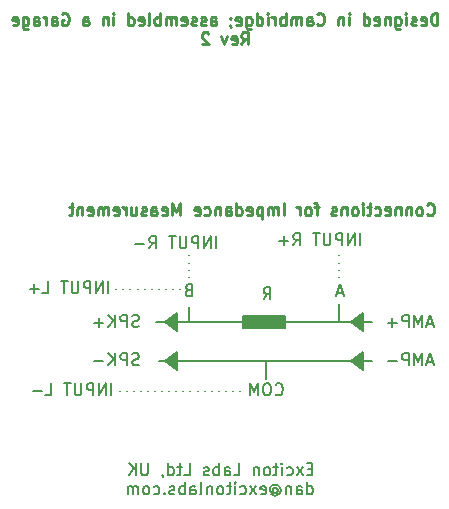
<source format=gbo>
%TF.GenerationSoftware,KiCad,Pcbnew,7.0.1*%
%TF.CreationDate,2023-08-03T02:37:16+01:00*%
%TF.ProjectId,QA403 Impedance Fixture,51413430-3320-4496-9d70-6564616e6365,rev?*%
%TF.SameCoordinates,Original*%
%TF.FileFunction,Legend,Bot*%
%TF.FilePolarity,Positive*%
%FSLAX46Y46*%
G04 Gerber Fmt 4.6, Leading zero omitted, Abs format (unit mm)*
G04 Created by KiCad (PCBNEW 7.0.1) date 2023-08-03 02:37:16*
%MOMM*%
%LPD*%
G01*
G04 APERTURE LIST*
%ADD10C,0.150000*%
%ADD11C,0.250000*%
%ADD12C,3.000000*%
%ADD13R,2.600000X2.600000*%
%ADD14C,2.600000*%
%ADD15C,1.605000*%
%ADD16C,2.595000*%
%ADD17C,1.600000*%
%ADD18O,1.600000X1.600000*%
G04 APERTURE END LIST*
D10*
X119903904Y-65043809D02*
X119570571Y-65043809D01*
X119427714Y-65567619D02*
X119903904Y-65567619D01*
X119903904Y-65567619D02*
X119903904Y-64567619D01*
X119903904Y-64567619D02*
X119427714Y-64567619D01*
X119094380Y-65567619D02*
X118570571Y-64900952D01*
X119094380Y-64900952D02*
X118570571Y-65567619D01*
X117761047Y-65520000D02*
X117856285Y-65567619D01*
X117856285Y-65567619D02*
X118046761Y-65567619D01*
X118046761Y-65567619D02*
X118141999Y-65520000D01*
X118141999Y-65520000D02*
X118189618Y-65472380D01*
X118189618Y-65472380D02*
X118237237Y-65377142D01*
X118237237Y-65377142D02*
X118237237Y-65091428D01*
X118237237Y-65091428D02*
X118189618Y-64996190D01*
X118189618Y-64996190D02*
X118141999Y-64948571D01*
X118141999Y-64948571D02*
X118046761Y-64900952D01*
X118046761Y-64900952D02*
X117856285Y-64900952D01*
X117856285Y-64900952D02*
X117761047Y-64948571D01*
X117332475Y-65567619D02*
X117332475Y-64900952D01*
X117332475Y-64567619D02*
X117380094Y-64615238D01*
X117380094Y-64615238D02*
X117332475Y-64662857D01*
X117332475Y-64662857D02*
X117284856Y-64615238D01*
X117284856Y-64615238D02*
X117332475Y-64567619D01*
X117332475Y-64567619D02*
X117332475Y-64662857D01*
X116999142Y-64900952D02*
X116618190Y-64900952D01*
X116856285Y-64567619D02*
X116856285Y-65424761D01*
X116856285Y-65424761D02*
X116808666Y-65520000D01*
X116808666Y-65520000D02*
X116713428Y-65567619D01*
X116713428Y-65567619D02*
X116618190Y-65567619D01*
X116141999Y-65567619D02*
X116237237Y-65520000D01*
X116237237Y-65520000D02*
X116284856Y-65472380D01*
X116284856Y-65472380D02*
X116332475Y-65377142D01*
X116332475Y-65377142D02*
X116332475Y-65091428D01*
X116332475Y-65091428D02*
X116284856Y-64996190D01*
X116284856Y-64996190D02*
X116237237Y-64948571D01*
X116237237Y-64948571D02*
X116141999Y-64900952D01*
X116141999Y-64900952D02*
X115999142Y-64900952D01*
X115999142Y-64900952D02*
X115903904Y-64948571D01*
X115903904Y-64948571D02*
X115856285Y-64996190D01*
X115856285Y-64996190D02*
X115808666Y-65091428D01*
X115808666Y-65091428D02*
X115808666Y-65377142D01*
X115808666Y-65377142D02*
X115856285Y-65472380D01*
X115856285Y-65472380D02*
X115903904Y-65520000D01*
X115903904Y-65520000D02*
X115999142Y-65567619D01*
X115999142Y-65567619D02*
X116141999Y-65567619D01*
X115380094Y-64900952D02*
X115380094Y-65567619D01*
X115380094Y-64996190D02*
X115332475Y-64948571D01*
X115332475Y-64948571D02*
X115237237Y-64900952D01*
X115237237Y-64900952D02*
X115094380Y-64900952D01*
X115094380Y-64900952D02*
X114999142Y-64948571D01*
X114999142Y-64948571D02*
X114951523Y-65043809D01*
X114951523Y-65043809D02*
X114951523Y-65567619D01*
X113237237Y-65567619D02*
X113713427Y-65567619D01*
X113713427Y-65567619D02*
X113713427Y-64567619D01*
X112475332Y-65567619D02*
X112475332Y-65043809D01*
X112475332Y-65043809D02*
X112522951Y-64948571D01*
X112522951Y-64948571D02*
X112618189Y-64900952D01*
X112618189Y-64900952D02*
X112808665Y-64900952D01*
X112808665Y-64900952D02*
X112903903Y-64948571D01*
X112475332Y-65520000D02*
X112570570Y-65567619D01*
X112570570Y-65567619D02*
X112808665Y-65567619D01*
X112808665Y-65567619D02*
X112903903Y-65520000D01*
X112903903Y-65520000D02*
X112951522Y-65424761D01*
X112951522Y-65424761D02*
X112951522Y-65329523D01*
X112951522Y-65329523D02*
X112903903Y-65234285D01*
X112903903Y-65234285D02*
X112808665Y-65186666D01*
X112808665Y-65186666D02*
X112570570Y-65186666D01*
X112570570Y-65186666D02*
X112475332Y-65139047D01*
X111999141Y-65567619D02*
X111999141Y-64567619D01*
X111999141Y-64948571D02*
X111903903Y-64900952D01*
X111903903Y-64900952D02*
X111713427Y-64900952D01*
X111713427Y-64900952D02*
X111618189Y-64948571D01*
X111618189Y-64948571D02*
X111570570Y-64996190D01*
X111570570Y-64996190D02*
X111522951Y-65091428D01*
X111522951Y-65091428D02*
X111522951Y-65377142D01*
X111522951Y-65377142D02*
X111570570Y-65472380D01*
X111570570Y-65472380D02*
X111618189Y-65520000D01*
X111618189Y-65520000D02*
X111713427Y-65567619D01*
X111713427Y-65567619D02*
X111903903Y-65567619D01*
X111903903Y-65567619D02*
X111999141Y-65520000D01*
X111141998Y-65520000D02*
X111046760Y-65567619D01*
X111046760Y-65567619D02*
X110856284Y-65567619D01*
X110856284Y-65567619D02*
X110761046Y-65520000D01*
X110761046Y-65520000D02*
X110713427Y-65424761D01*
X110713427Y-65424761D02*
X110713427Y-65377142D01*
X110713427Y-65377142D02*
X110761046Y-65281904D01*
X110761046Y-65281904D02*
X110856284Y-65234285D01*
X110856284Y-65234285D02*
X110999141Y-65234285D01*
X110999141Y-65234285D02*
X111094379Y-65186666D01*
X111094379Y-65186666D02*
X111141998Y-65091428D01*
X111141998Y-65091428D02*
X111141998Y-65043809D01*
X111141998Y-65043809D02*
X111094379Y-64948571D01*
X111094379Y-64948571D02*
X110999141Y-64900952D01*
X110999141Y-64900952D02*
X110856284Y-64900952D01*
X110856284Y-64900952D02*
X110761046Y-64948571D01*
X109046760Y-65567619D02*
X109522950Y-65567619D01*
X109522950Y-65567619D02*
X109522950Y-64567619D01*
X108856283Y-64900952D02*
X108475331Y-64900952D01*
X108713426Y-64567619D02*
X108713426Y-65424761D01*
X108713426Y-65424761D02*
X108665807Y-65520000D01*
X108665807Y-65520000D02*
X108570569Y-65567619D01*
X108570569Y-65567619D02*
X108475331Y-65567619D01*
X107713426Y-65567619D02*
X107713426Y-64567619D01*
X107713426Y-65520000D02*
X107808664Y-65567619D01*
X107808664Y-65567619D02*
X107999140Y-65567619D01*
X107999140Y-65567619D02*
X108094378Y-65520000D01*
X108094378Y-65520000D02*
X108141997Y-65472380D01*
X108141997Y-65472380D02*
X108189616Y-65377142D01*
X108189616Y-65377142D02*
X108189616Y-65091428D01*
X108189616Y-65091428D02*
X108141997Y-64996190D01*
X108141997Y-64996190D02*
X108094378Y-64948571D01*
X108094378Y-64948571D02*
X107999140Y-64900952D01*
X107999140Y-64900952D02*
X107808664Y-64900952D01*
X107808664Y-64900952D02*
X107713426Y-64948571D01*
X107189616Y-65520000D02*
X107189616Y-65567619D01*
X107189616Y-65567619D02*
X107237235Y-65662857D01*
X107237235Y-65662857D02*
X107284854Y-65710476D01*
X105999140Y-64567619D02*
X105999140Y-65377142D01*
X105999140Y-65377142D02*
X105951521Y-65472380D01*
X105951521Y-65472380D02*
X105903902Y-65520000D01*
X105903902Y-65520000D02*
X105808664Y-65567619D01*
X105808664Y-65567619D02*
X105618188Y-65567619D01*
X105618188Y-65567619D02*
X105522950Y-65520000D01*
X105522950Y-65520000D02*
X105475331Y-65472380D01*
X105475331Y-65472380D02*
X105427712Y-65377142D01*
X105427712Y-65377142D02*
X105427712Y-64567619D01*
X104951521Y-65567619D02*
X104951521Y-64567619D01*
X104380093Y-65567619D02*
X104808664Y-64996190D01*
X104380093Y-64567619D02*
X104951521Y-65139047D01*
X119475333Y-67187619D02*
X119475333Y-66187619D01*
X119475333Y-67140000D02*
X119570571Y-67187619D01*
X119570571Y-67187619D02*
X119761047Y-67187619D01*
X119761047Y-67187619D02*
X119856285Y-67140000D01*
X119856285Y-67140000D02*
X119903904Y-67092380D01*
X119903904Y-67092380D02*
X119951523Y-66997142D01*
X119951523Y-66997142D02*
X119951523Y-66711428D01*
X119951523Y-66711428D02*
X119903904Y-66616190D01*
X119903904Y-66616190D02*
X119856285Y-66568571D01*
X119856285Y-66568571D02*
X119761047Y-66520952D01*
X119761047Y-66520952D02*
X119570571Y-66520952D01*
X119570571Y-66520952D02*
X119475333Y-66568571D01*
X118570571Y-67187619D02*
X118570571Y-66663809D01*
X118570571Y-66663809D02*
X118618190Y-66568571D01*
X118618190Y-66568571D02*
X118713428Y-66520952D01*
X118713428Y-66520952D02*
X118903904Y-66520952D01*
X118903904Y-66520952D02*
X118999142Y-66568571D01*
X118570571Y-67140000D02*
X118665809Y-67187619D01*
X118665809Y-67187619D02*
X118903904Y-67187619D01*
X118903904Y-67187619D02*
X118999142Y-67140000D01*
X118999142Y-67140000D02*
X119046761Y-67044761D01*
X119046761Y-67044761D02*
X119046761Y-66949523D01*
X119046761Y-66949523D02*
X118999142Y-66854285D01*
X118999142Y-66854285D02*
X118903904Y-66806666D01*
X118903904Y-66806666D02*
X118665809Y-66806666D01*
X118665809Y-66806666D02*
X118570571Y-66759047D01*
X118094380Y-66520952D02*
X118094380Y-67187619D01*
X118094380Y-66616190D02*
X118046761Y-66568571D01*
X118046761Y-66568571D02*
X117951523Y-66520952D01*
X117951523Y-66520952D02*
X117808666Y-66520952D01*
X117808666Y-66520952D02*
X117713428Y-66568571D01*
X117713428Y-66568571D02*
X117665809Y-66663809D01*
X117665809Y-66663809D02*
X117665809Y-67187619D01*
X116570571Y-66711428D02*
X116618190Y-66663809D01*
X116618190Y-66663809D02*
X116713428Y-66616190D01*
X116713428Y-66616190D02*
X116808666Y-66616190D01*
X116808666Y-66616190D02*
X116903904Y-66663809D01*
X116903904Y-66663809D02*
X116951523Y-66711428D01*
X116951523Y-66711428D02*
X116999142Y-66806666D01*
X116999142Y-66806666D02*
X116999142Y-66901904D01*
X116999142Y-66901904D02*
X116951523Y-66997142D01*
X116951523Y-66997142D02*
X116903904Y-67044761D01*
X116903904Y-67044761D02*
X116808666Y-67092380D01*
X116808666Y-67092380D02*
X116713428Y-67092380D01*
X116713428Y-67092380D02*
X116618190Y-67044761D01*
X116618190Y-67044761D02*
X116570571Y-66997142D01*
X116570571Y-66616190D02*
X116570571Y-66997142D01*
X116570571Y-66997142D02*
X116522952Y-67044761D01*
X116522952Y-67044761D02*
X116475333Y-67044761D01*
X116475333Y-67044761D02*
X116380094Y-66997142D01*
X116380094Y-66997142D02*
X116332475Y-66901904D01*
X116332475Y-66901904D02*
X116332475Y-66663809D01*
X116332475Y-66663809D02*
X116427714Y-66520952D01*
X116427714Y-66520952D02*
X116570571Y-66425714D01*
X116570571Y-66425714D02*
X116761047Y-66378095D01*
X116761047Y-66378095D02*
X116951523Y-66425714D01*
X116951523Y-66425714D02*
X117094380Y-66520952D01*
X117094380Y-66520952D02*
X117189618Y-66663809D01*
X117189618Y-66663809D02*
X117237237Y-66854285D01*
X117237237Y-66854285D02*
X117189618Y-67044761D01*
X117189618Y-67044761D02*
X117094380Y-67187619D01*
X117094380Y-67187619D02*
X116951523Y-67282857D01*
X116951523Y-67282857D02*
X116761047Y-67330476D01*
X116761047Y-67330476D02*
X116570571Y-67282857D01*
X116570571Y-67282857D02*
X116427714Y-67187619D01*
X115522952Y-67140000D02*
X115618190Y-67187619D01*
X115618190Y-67187619D02*
X115808666Y-67187619D01*
X115808666Y-67187619D02*
X115903904Y-67140000D01*
X115903904Y-67140000D02*
X115951523Y-67044761D01*
X115951523Y-67044761D02*
X115951523Y-66663809D01*
X115951523Y-66663809D02*
X115903904Y-66568571D01*
X115903904Y-66568571D02*
X115808666Y-66520952D01*
X115808666Y-66520952D02*
X115618190Y-66520952D01*
X115618190Y-66520952D02*
X115522952Y-66568571D01*
X115522952Y-66568571D02*
X115475333Y-66663809D01*
X115475333Y-66663809D02*
X115475333Y-66759047D01*
X115475333Y-66759047D02*
X115951523Y-66854285D01*
X115141999Y-67187619D02*
X114618190Y-66520952D01*
X115141999Y-66520952D02*
X114618190Y-67187619D01*
X113808666Y-67140000D02*
X113903904Y-67187619D01*
X113903904Y-67187619D02*
X114094380Y-67187619D01*
X114094380Y-67187619D02*
X114189618Y-67140000D01*
X114189618Y-67140000D02*
X114237237Y-67092380D01*
X114237237Y-67092380D02*
X114284856Y-66997142D01*
X114284856Y-66997142D02*
X114284856Y-66711428D01*
X114284856Y-66711428D02*
X114237237Y-66616190D01*
X114237237Y-66616190D02*
X114189618Y-66568571D01*
X114189618Y-66568571D02*
X114094380Y-66520952D01*
X114094380Y-66520952D02*
X113903904Y-66520952D01*
X113903904Y-66520952D02*
X113808666Y-66568571D01*
X113380094Y-67187619D02*
X113380094Y-66520952D01*
X113380094Y-66187619D02*
X113427713Y-66235238D01*
X113427713Y-66235238D02*
X113380094Y-66282857D01*
X113380094Y-66282857D02*
X113332475Y-66235238D01*
X113332475Y-66235238D02*
X113380094Y-66187619D01*
X113380094Y-66187619D02*
X113380094Y-66282857D01*
X113046761Y-66520952D02*
X112665809Y-66520952D01*
X112903904Y-66187619D02*
X112903904Y-67044761D01*
X112903904Y-67044761D02*
X112856285Y-67140000D01*
X112856285Y-67140000D02*
X112761047Y-67187619D01*
X112761047Y-67187619D02*
X112665809Y-67187619D01*
X112189618Y-67187619D02*
X112284856Y-67140000D01*
X112284856Y-67140000D02*
X112332475Y-67092380D01*
X112332475Y-67092380D02*
X112380094Y-66997142D01*
X112380094Y-66997142D02*
X112380094Y-66711428D01*
X112380094Y-66711428D02*
X112332475Y-66616190D01*
X112332475Y-66616190D02*
X112284856Y-66568571D01*
X112284856Y-66568571D02*
X112189618Y-66520952D01*
X112189618Y-66520952D02*
X112046761Y-66520952D01*
X112046761Y-66520952D02*
X111951523Y-66568571D01*
X111951523Y-66568571D02*
X111903904Y-66616190D01*
X111903904Y-66616190D02*
X111856285Y-66711428D01*
X111856285Y-66711428D02*
X111856285Y-66997142D01*
X111856285Y-66997142D02*
X111903904Y-67092380D01*
X111903904Y-67092380D02*
X111951523Y-67140000D01*
X111951523Y-67140000D02*
X112046761Y-67187619D01*
X112046761Y-67187619D02*
X112189618Y-67187619D01*
X111427713Y-66520952D02*
X111427713Y-67187619D01*
X111427713Y-66616190D02*
X111380094Y-66568571D01*
X111380094Y-66568571D02*
X111284856Y-66520952D01*
X111284856Y-66520952D02*
X111141999Y-66520952D01*
X111141999Y-66520952D02*
X111046761Y-66568571D01*
X111046761Y-66568571D02*
X110999142Y-66663809D01*
X110999142Y-66663809D02*
X110999142Y-67187619D01*
X110380094Y-67187619D02*
X110475332Y-67140000D01*
X110475332Y-67140000D02*
X110522951Y-67044761D01*
X110522951Y-67044761D02*
X110522951Y-66187619D01*
X109570570Y-67187619D02*
X109570570Y-66663809D01*
X109570570Y-66663809D02*
X109618189Y-66568571D01*
X109618189Y-66568571D02*
X109713427Y-66520952D01*
X109713427Y-66520952D02*
X109903903Y-66520952D01*
X109903903Y-66520952D02*
X109999141Y-66568571D01*
X109570570Y-67140000D02*
X109665808Y-67187619D01*
X109665808Y-67187619D02*
X109903903Y-67187619D01*
X109903903Y-67187619D02*
X109999141Y-67140000D01*
X109999141Y-67140000D02*
X110046760Y-67044761D01*
X110046760Y-67044761D02*
X110046760Y-66949523D01*
X110046760Y-66949523D02*
X109999141Y-66854285D01*
X109999141Y-66854285D02*
X109903903Y-66806666D01*
X109903903Y-66806666D02*
X109665808Y-66806666D01*
X109665808Y-66806666D02*
X109570570Y-66759047D01*
X109094379Y-67187619D02*
X109094379Y-66187619D01*
X109094379Y-66568571D02*
X108999141Y-66520952D01*
X108999141Y-66520952D02*
X108808665Y-66520952D01*
X108808665Y-66520952D02*
X108713427Y-66568571D01*
X108713427Y-66568571D02*
X108665808Y-66616190D01*
X108665808Y-66616190D02*
X108618189Y-66711428D01*
X108618189Y-66711428D02*
X108618189Y-66997142D01*
X108618189Y-66997142D02*
X108665808Y-67092380D01*
X108665808Y-67092380D02*
X108713427Y-67140000D01*
X108713427Y-67140000D02*
X108808665Y-67187619D01*
X108808665Y-67187619D02*
X108999141Y-67187619D01*
X108999141Y-67187619D02*
X109094379Y-67140000D01*
X108237236Y-67140000D02*
X108141998Y-67187619D01*
X108141998Y-67187619D02*
X107951522Y-67187619D01*
X107951522Y-67187619D02*
X107856284Y-67140000D01*
X107856284Y-67140000D02*
X107808665Y-67044761D01*
X107808665Y-67044761D02*
X107808665Y-66997142D01*
X107808665Y-66997142D02*
X107856284Y-66901904D01*
X107856284Y-66901904D02*
X107951522Y-66854285D01*
X107951522Y-66854285D02*
X108094379Y-66854285D01*
X108094379Y-66854285D02*
X108189617Y-66806666D01*
X108189617Y-66806666D02*
X108237236Y-66711428D01*
X108237236Y-66711428D02*
X108237236Y-66663809D01*
X108237236Y-66663809D02*
X108189617Y-66568571D01*
X108189617Y-66568571D02*
X108094379Y-66520952D01*
X108094379Y-66520952D02*
X107951522Y-66520952D01*
X107951522Y-66520952D02*
X107856284Y-66568571D01*
X107380093Y-67092380D02*
X107332474Y-67140000D01*
X107332474Y-67140000D02*
X107380093Y-67187619D01*
X107380093Y-67187619D02*
X107427712Y-67140000D01*
X107427712Y-67140000D02*
X107380093Y-67092380D01*
X107380093Y-67092380D02*
X107380093Y-67187619D01*
X106475332Y-67140000D02*
X106570570Y-67187619D01*
X106570570Y-67187619D02*
X106761046Y-67187619D01*
X106761046Y-67187619D02*
X106856284Y-67140000D01*
X106856284Y-67140000D02*
X106903903Y-67092380D01*
X106903903Y-67092380D02*
X106951522Y-66997142D01*
X106951522Y-66997142D02*
X106951522Y-66711428D01*
X106951522Y-66711428D02*
X106903903Y-66616190D01*
X106903903Y-66616190D02*
X106856284Y-66568571D01*
X106856284Y-66568571D02*
X106761046Y-66520952D01*
X106761046Y-66520952D02*
X106570570Y-66520952D01*
X106570570Y-66520952D02*
X106475332Y-66568571D01*
X105903903Y-67187619D02*
X105999141Y-67140000D01*
X105999141Y-67140000D02*
X106046760Y-67092380D01*
X106046760Y-67092380D02*
X106094379Y-66997142D01*
X106094379Y-66997142D02*
X106094379Y-66711428D01*
X106094379Y-66711428D02*
X106046760Y-66616190D01*
X106046760Y-66616190D02*
X105999141Y-66568571D01*
X105999141Y-66568571D02*
X105903903Y-66520952D01*
X105903903Y-66520952D02*
X105761046Y-66520952D01*
X105761046Y-66520952D02*
X105665808Y-66568571D01*
X105665808Y-66568571D02*
X105618189Y-66616190D01*
X105618189Y-66616190D02*
X105570570Y-66711428D01*
X105570570Y-66711428D02*
X105570570Y-66997142D01*
X105570570Y-66997142D02*
X105618189Y-67092380D01*
X105618189Y-67092380D02*
X105665808Y-67140000D01*
X105665808Y-67140000D02*
X105761046Y-67187619D01*
X105761046Y-67187619D02*
X105903903Y-67187619D01*
X105141998Y-67187619D02*
X105141998Y-66520952D01*
X105141998Y-66616190D02*
X105094379Y-66568571D01*
X105094379Y-66568571D02*
X104999141Y-66520952D01*
X104999141Y-66520952D02*
X104856284Y-66520952D01*
X104856284Y-66520952D02*
X104761046Y-66568571D01*
X104761046Y-66568571D02*
X104713427Y-66663809D01*
X104713427Y-66663809D02*
X104713427Y-67187619D01*
X104713427Y-66663809D02*
X104665808Y-66568571D01*
X104665808Y-66568571D02*
X104570570Y-66520952D01*
X104570570Y-66520952D02*
X104427713Y-66520952D01*
X104427713Y-66520952D02*
X104332474Y-66568571D01*
X104332474Y-66568571D02*
X104284855Y-66663809D01*
X104284855Y-66663809D02*
X104284855Y-67187619D01*
D11*
X129617525Y-43470380D02*
X129665144Y-43518000D01*
X129665144Y-43518000D02*
X129808001Y-43565619D01*
X129808001Y-43565619D02*
X129903239Y-43565619D01*
X129903239Y-43565619D02*
X130046096Y-43518000D01*
X130046096Y-43518000D02*
X130141334Y-43422761D01*
X130141334Y-43422761D02*
X130188953Y-43327523D01*
X130188953Y-43327523D02*
X130236572Y-43137047D01*
X130236572Y-43137047D02*
X130236572Y-42994190D01*
X130236572Y-42994190D02*
X130188953Y-42803714D01*
X130188953Y-42803714D02*
X130141334Y-42708476D01*
X130141334Y-42708476D02*
X130046096Y-42613238D01*
X130046096Y-42613238D02*
X129903239Y-42565619D01*
X129903239Y-42565619D02*
X129808001Y-42565619D01*
X129808001Y-42565619D02*
X129665144Y-42613238D01*
X129665144Y-42613238D02*
X129617525Y-42660857D01*
X129046096Y-43565619D02*
X129141334Y-43518000D01*
X129141334Y-43518000D02*
X129188953Y-43470380D01*
X129188953Y-43470380D02*
X129236572Y-43375142D01*
X129236572Y-43375142D02*
X129236572Y-43089428D01*
X129236572Y-43089428D02*
X129188953Y-42994190D01*
X129188953Y-42994190D02*
X129141334Y-42946571D01*
X129141334Y-42946571D02*
X129046096Y-42898952D01*
X129046096Y-42898952D02*
X128903239Y-42898952D01*
X128903239Y-42898952D02*
X128808001Y-42946571D01*
X128808001Y-42946571D02*
X128760382Y-42994190D01*
X128760382Y-42994190D02*
X128712763Y-43089428D01*
X128712763Y-43089428D02*
X128712763Y-43375142D01*
X128712763Y-43375142D02*
X128760382Y-43470380D01*
X128760382Y-43470380D02*
X128808001Y-43518000D01*
X128808001Y-43518000D02*
X128903239Y-43565619D01*
X128903239Y-43565619D02*
X129046096Y-43565619D01*
X128284191Y-42898952D02*
X128284191Y-43565619D01*
X128284191Y-42994190D02*
X128236572Y-42946571D01*
X128236572Y-42946571D02*
X128141334Y-42898952D01*
X128141334Y-42898952D02*
X127998477Y-42898952D01*
X127998477Y-42898952D02*
X127903239Y-42946571D01*
X127903239Y-42946571D02*
X127855620Y-43041809D01*
X127855620Y-43041809D02*
X127855620Y-43565619D01*
X127379429Y-42898952D02*
X127379429Y-43565619D01*
X127379429Y-42994190D02*
X127331810Y-42946571D01*
X127331810Y-42946571D02*
X127236572Y-42898952D01*
X127236572Y-42898952D02*
X127093715Y-42898952D01*
X127093715Y-42898952D02*
X126998477Y-42946571D01*
X126998477Y-42946571D02*
X126950858Y-43041809D01*
X126950858Y-43041809D02*
X126950858Y-43565619D01*
X126093715Y-43518000D02*
X126188953Y-43565619D01*
X126188953Y-43565619D02*
X126379429Y-43565619D01*
X126379429Y-43565619D02*
X126474667Y-43518000D01*
X126474667Y-43518000D02*
X126522286Y-43422761D01*
X126522286Y-43422761D02*
X126522286Y-43041809D01*
X126522286Y-43041809D02*
X126474667Y-42946571D01*
X126474667Y-42946571D02*
X126379429Y-42898952D01*
X126379429Y-42898952D02*
X126188953Y-42898952D01*
X126188953Y-42898952D02*
X126093715Y-42946571D01*
X126093715Y-42946571D02*
X126046096Y-43041809D01*
X126046096Y-43041809D02*
X126046096Y-43137047D01*
X126046096Y-43137047D02*
X126522286Y-43232285D01*
X125188953Y-43518000D02*
X125284191Y-43565619D01*
X125284191Y-43565619D02*
X125474667Y-43565619D01*
X125474667Y-43565619D02*
X125569905Y-43518000D01*
X125569905Y-43518000D02*
X125617524Y-43470380D01*
X125617524Y-43470380D02*
X125665143Y-43375142D01*
X125665143Y-43375142D02*
X125665143Y-43089428D01*
X125665143Y-43089428D02*
X125617524Y-42994190D01*
X125617524Y-42994190D02*
X125569905Y-42946571D01*
X125569905Y-42946571D02*
X125474667Y-42898952D01*
X125474667Y-42898952D02*
X125284191Y-42898952D01*
X125284191Y-42898952D02*
X125188953Y-42946571D01*
X124903238Y-42898952D02*
X124522286Y-42898952D01*
X124760381Y-42565619D02*
X124760381Y-43422761D01*
X124760381Y-43422761D02*
X124712762Y-43518000D01*
X124712762Y-43518000D02*
X124617524Y-43565619D01*
X124617524Y-43565619D02*
X124522286Y-43565619D01*
X124188952Y-43565619D02*
X124188952Y-42898952D01*
X124188952Y-42565619D02*
X124236571Y-42613238D01*
X124236571Y-42613238D02*
X124188952Y-42660857D01*
X124188952Y-42660857D02*
X124141333Y-42613238D01*
X124141333Y-42613238D02*
X124188952Y-42565619D01*
X124188952Y-42565619D02*
X124188952Y-42660857D01*
X123569905Y-43565619D02*
X123665143Y-43518000D01*
X123665143Y-43518000D02*
X123712762Y-43470380D01*
X123712762Y-43470380D02*
X123760381Y-43375142D01*
X123760381Y-43375142D02*
X123760381Y-43089428D01*
X123760381Y-43089428D02*
X123712762Y-42994190D01*
X123712762Y-42994190D02*
X123665143Y-42946571D01*
X123665143Y-42946571D02*
X123569905Y-42898952D01*
X123569905Y-42898952D02*
X123427048Y-42898952D01*
X123427048Y-42898952D02*
X123331810Y-42946571D01*
X123331810Y-42946571D02*
X123284191Y-42994190D01*
X123284191Y-42994190D02*
X123236572Y-43089428D01*
X123236572Y-43089428D02*
X123236572Y-43375142D01*
X123236572Y-43375142D02*
X123284191Y-43470380D01*
X123284191Y-43470380D02*
X123331810Y-43518000D01*
X123331810Y-43518000D02*
X123427048Y-43565619D01*
X123427048Y-43565619D02*
X123569905Y-43565619D01*
X122808000Y-42898952D02*
X122808000Y-43565619D01*
X122808000Y-42994190D02*
X122760381Y-42946571D01*
X122760381Y-42946571D02*
X122665143Y-42898952D01*
X122665143Y-42898952D02*
X122522286Y-42898952D01*
X122522286Y-42898952D02*
X122427048Y-42946571D01*
X122427048Y-42946571D02*
X122379429Y-43041809D01*
X122379429Y-43041809D02*
X122379429Y-43565619D01*
X121950857Y-43518000D02*
X121855619Y-43565619D01*
X121855619Y-43565619D02*
X121665143Y-43565619D01*
X121665143Y-43565619D02*
X121569905Y-43518000D01*
X121569905Y-43518000D02*
X121522286Y-43422761D01*
X121522286Y-43422761D02*
X121522286Y-43375142D01*
X121522286Y-43375142D02*
X121569905Y-43279904D01*
X121569905Y-43279904D02*
X121665143Y-43232285D01*
X121665143Y-43232285D02*
X121808000Y-43232285D01*
X121808000Y-43232285D02*
X121903238Y-43184666D01*
X121903238Y-43184666D02*
X121950857Y-43089428D01*
X121950857Y-43089428D02*
X121950857Y-43041809D01*
X121950857Y-43041809D02*
X121903238Y-42946571D01*
X121903238Y-42946571D02*
X121808000Y-42898952D01*
X121808000Y-42898952D02*
X121665143Y-42898952D01*
X121665143Y-42898952D02*
X121569905Y-42946571D01*
X120474666Y-42898952D02*
X120093714Y-42898952D01*
X120331809Y-43565619D02*
X120331809Y-42708476D01*
X120331809Y-42708476D02*
X120284190Y-42613238D01*
X120284190Y-42613238D02*
X120188952Y-42565619D01*
X120188952Y-42565619D02*
X120093714Y-42565619D01*
X119617523Y-43565619D02*
X119712761Y-43518000D01*
X119712761Y-43518000D02*
X119760380Y-43470380D01*
X119760380Y-43470380D02*
X119807999Y-43375142D01*
X119807999Y-43375142D02*
X119807999Y-43089428D01*
X119807999Y-43089428D02*
X119760380Y-42994190D01*
X119760380Y-42994190D02*
X119712761Y-42946571D01*
X119712761Y-42946571D02*
X119617523Y-42898952D01*
X119617523Y-42898952D02*
X119474666Y-42898952D01*
X119474666Y-42898952D02*
X119379428Y-42946571D01*
X119379428Y-42946571D02*
X119331809Y-42994190D01*
X119331809Y-42994190D02*
X119284190Y-43089428D01*
X119284190Y-43089428D02*
X119284190Y-43375142D01*
X119284190Y-43375142D02*
X119331809Y-43470380D01*
X119331809Y-43470380D02*
X119379428Y-43518000D01*
X119379428Y-43518000D02*
X119474666Y-43565619D01*
X119474666Y-43565619D02*
X119617523Y-43565619D01*
X118855618Y-43565619D02*
X118855618Y-42898952D01*
X118855618Y-43089428D02*
X118807999Y-42994190D01*
X118807999Y-42994190D02*
X118760380Y-42946571D01*
X118760380Y-42946571D02*
X118665142Y-42898952D01*
X118665142Y-42898952D02*
X118569904Y-42898952D01*
X117474665Y-43565619D02*
X117474665Y-42565619D01*
X116998475Y-43565619D02*
X116998475Y-42898952D01*
X116998475Y-42994190D02*
X116950856Y-42946571D01*
X116950856Y-42946571D02*
X116855618Y-42898952D01*
X116855618Y-42898952D02*
X116712761Y-42898952D01*
X116712761Y-42898952D02*
X116617523Y-42946571D01*
X116617523Y-42946571D02*
X116569904Y-43041809D01*
X116569904Y-43041809D02*
X116569904Y-43565619D01*
X116569904Y-43041809D02*
X116522285Y-42946571D01*
X116522285Y-42946571D02*
X116427047Y-42898952D01*
X116427047Y-42898952D02*
X116284190Y-42898952D01*
X116284190Y-42898952D02*
X116188951Y-42946571D01*
X116188951Y-42946571D02*
X116141332Y-43041809D01*
X116141332Y-43041809D02*
X116141332Y-43565619D01*
X115665142Y-42898952D02*
X115665142Y-43898952D01*
X115665142Y-42946571D02*
X115569904Y-42898952D01*
X115569904Y-42898952D02*
X115379428Y-42898952D01*
X115379428Y-42898952D02*
X115284190Y-42946571D01*
X115284190Y-42946571D02*
X115236571Y-42994190D01*
X115236571Y-42994190D02*
X115188952Y-43089428D01*
X115188952Y-43089428D02*
X115188952Y-43375142D01*
X115188952Y-43375142D02*
X115236571Y-43470380D01*
X115236571Y-43470380D02*
X115284190Y-43518000D01*
X115284190Y-43518000D02*
X115379428Y-43565619D01*
X115379428Y-43565619D02*
X115569904Y-43565619D01*
X115569904Y-43565619D02*
X115665142Y-43518000D01*
X114379428Y-43518000D02*
X114474666Y-43565619D01*
X114474666Y-43565619D02*
X114665142Y-43565619D01*
X114665142Y-43565619D02*
X114760380Y-43518000D01*
X114760380Y-43518000D02*
X114807999Y-43422761D01*
X114807999Y-43422761D02*
X114807999Y-43041809D01*
X114807999Y-43041809D02*
X114760380Y-42946571D01*
X114760380Y-42946571D02*
X114665142Y-42898952D01*
X114665142Y-42898952D02*
X114474666Y-42898952D01*
X114474666Y-42898952D02*
X114379428Y-42946571D01*
X114379428Y-42946571D02*
X114331809Y-43041809D01*
X114331809Y-43041809D02*
X114331809Y-43137047D01*
X114331809Y-43137047D02*
X114807999Y-43232285D01*
X113474666Y-43565619D02*
X113474666Y-42565619D01*
X113474666Y-43518000D02*
X113569904Y-43565619D01*
X113569904Y-43565619D02*
X113760380Y-43565619D01*
X113760380Y-43565619D02*
X113855618Y-43518000D01*
X113855618Y-43518000D02*
X113903237Y-43470380D01*
X113903237Y-43470380D02*
X113950856Y-43375142D01*
X113950856Y-43375142D02*
X113950856Y-43089428D01*
X113950856Y-43089428D02*
X113903237Y-42994190D01*
X113903237Y-42994190D02*
X113855618Y-42946571D01*
X113855618Y-42946571D02*
X113760380Y-42898952D01*
X113760380Y-42898952D02*
X113569904Y-42898952D01*
X113569904Y-42898952D02*
X113474666Y-42946571D01*
X112569904Y-43565619D02*
X112569904Y-43041809D01*
X112569904Y-43041809D02*
X112617523Y-42946571D01*
X112617523Y-42946571D02*
X112712761Y-42898952D01*
X112712761Y-42898952D02*
X112903237Y-42898952D01*
X112903237Y-42898952D02*
X112998475Y-42946571D01*
X112569904Y-43518000D02*
X112665142Y-43565619D01*
X112665142Y-43565619D02*
X112903237Y-43565619D01*
X112903237Y-43565619D02*
X112998475Y-43518000D01*
X112998475Y-43518000D02*
X113046094Y-43422761D01*
X113046094Y-43422761D02*
X113046094Y-43327523D01*
X113046094Y-43327523D02*
X112998475Y-43232285D01*
X112998475Y-43232285D02*
X112903237Y-43184666D01*
X112903237Y-43184666D02*
X112665142Y-43184666D01*
X112665142Y-43184666D02*
X112569904Y-43137047D01*
X112093713Y-42898952D02*
X112093713Y-43565619D01*
X112093713Y-42994190D02*
X112046094Y-42946571D01*
X112046094Y-42946571D02*
X111950856Y-42898952D01*
X111950856Y-42898952D02*
X111807999Y-42898952D01*
X111807999Y-42898952D02*
X111712761Y-42946571D01*
X111712761Y-42946571D02*
X111665142Y-43041809D01*
X111665142Y-43041809D02*
X111665142Y-43565619D01*
X110760380Y-43518000D02*
X110855618Y-43565619D01*
X110855618Y-43565619D02*
X111046094Y-43565619D01*
X111046094Y-43565619D02*
X111141332Y-43518000D01*
X111141332Y-43518000D02*
X111188951Y-43470380D01*
X111188951Y-43470380D02*
X111236570Y-43375142D01*
X111236570Y-43375142D02*
X111236570Y-43089428D01*
X111236570Y-43089428D02*
X111188951Y-42994190D01*
X111188951Y-42994190D02*
X111141332Y-42946571D01*
X111141332Y-42946571D02*
X111046094Y-42898952D01*
X111046094Y-42898952D02*
X110855618Y-42898952D01*
X110855618Y-42898952D02*
X110760380Y-42946571D01*
X109950856Y-43518000D02*
X110046094Y-43565619D01*
X110046094Y-43565619D02*
X110236570Y-43565619D01*
X110236570Y-43565619D02*
X110331808Y-43518000D01*
X110331808Y-43518000D02*
X110379427Y-43422761D01*
X110379427Y-43422761D02*
X110379427Y-43041809D01*
X110379427Y-43041809D02*
X110331808Y-42946571D01*
X110331808Y-42946571D02*
X110236570Y-42898952D01*
X110236570Y-42898952D02*
X110046094Y-42898952D01*
X110046094Y-42898952D02*
X109950856Y-42946571D01*
X109950856Y-42946571D02*
X109903237Y-43041809D01*
X109903237Y-43041809D02*
X109903237Y-43137047D01*
X109903237Y-43137047D02*
X110379427Y-43232285D01*
X108712760Y-43565619D02*
X108712760Y-42565619D01*
X108712760Y-42565619D02*
X108379427Y-43279904D01*
X108379427Y-43279904D02*
X108046094Y-42565619D01*
X108046094Y-42565619D02*
X108046094Y-43565619D01*
X107188951Y-43518000D02*
X107284189Y-43565619D01*
X107284189Y-43565619D02*
X107474665Y-43565619D01*
X107474665Y-43565619D02*
X107569903Y-43518000D01*
X107569903Y-43518000D02*
X107617522Y-43422761D01*
X107617522Y-43422761D02*
X107617522Y-43041809D01*
X107617522Y-43041809D02*
X107569903Y-42946571D01*
X107569903Y-42946571D02*
X107474665Y-42898952D01*
X107474665Y-42898952D02*
X107284189Y-42898952D01*
X107284189Y-42898952D02*
X107188951Y-42946571D01*
X107188951Y-42946571D02*
X107141332Y-43041809D01*
X107141332Y-43041809D02*
X107141332Y-43137047D01*
X107141332Y-43137047D02*
X107617522Y-43232285D01*
X106284189Y-43565619D02*
X106284189Y-43041809D01*
X106284189Y-43041809D02*
X106331808Y-42946571D01*
X106331808Y-42946571D02*
X106427046Y-42898952D01*
X106427046Y-42898952D02*
X106617522Y-42898952D01*
X106617522Y-42898952D02*
X106712760Y-42946571D01*
X106284189Y-43518000D02*
X106379427Y-43565619D01*
X106379427Y-43565619D02*
X106617522Y-43565619D01*
X106617522Y-43565619D02*
X106712760Y-43518000D01*
X106712760Y-43518000D02*
X106760379Y-43422761D01*
X106760379Y-43422761D02*
X106760379Y-43327523D01*
X106760379Y-43327523D02*
X106712760Y-43232285D01*
X106712760Y-43232285D02*
X106617522Y-43184666D01*
X106617522Y-43184666D02*
X106379427Y-43184666D01*
X106379427Y-43184666D02*
X106284189Y-43137047D01*
X105855617Y-43518000D02*
X105760379Y-43565619D01*
X105760379Y-43565619D02*
X105569903Y-43565619D01*
X105569903Y-43565619D02*
X105474665Y-43518000D01*
X105474665Y-43518000D02*
X105427046Y-43422761D01*
X105427046Y-43422761D02*
X105427046Y-43375142D01*
X105427046Y-43375142D02*
X105474665Y-43279904D01*
X105474665Y-43279904D02*
X105569903Y-43232285D01*
X105569903Y-43232285D02*
X105712760Y-43232285D01*
X105712760Y-43232285D02*
X105807998Y-43184666D01*
X105807998Y-43184666D02*
X105855617Y-43089428D01*
X105855617Y-43089428D02*
X105855617Y-43041809D01*
X105855617Y-43041809D02*
X105807998Y-42946571D01*
X105807998Y-42946571D02*
X105712760Y-42898952D01*
X105712760Y-42898952D02*
X105569903Y-42898952D01*
X105569903Y-42898952D02*
X105474665Y-42946571D01*
X104569903Y-42898952D02*
X104569903Y-43565619D01*
X104998474Y-42898952D02*
X104998474Y-43422761D01*
X104998474Y-43422761D02*
X104950855Y-43518000D01*
X104950855Y-43518000D02*
X104855617Y-43565619D01*
X104855617Y-43565619D02*
X104712760Y-43565619D01*
X104712760Y-43565619D02*
X104617522Y-43518000D01*
X104617522Y-43518000D02*
X104569903Y-43470380D01*
X104093712Y-43565619D02*
X104093712Y-42898952D01*
X104093712Y-43089428D02*
X104046093Y-42994190D01*
X104046093Y-42994190D02*
X103998474Y-42946571D01*
X103998474Y-42946571D02*
X103903236Y-42898952D01*
X103903236Y-42898952D02*
X103807998Y-42898952D01*
X103093712Y-43518000D02*
X103188950Y-43565619D01*
X103188950Y-43565619D02*
X103379426Y-43565619D01*
X103379426Y-43565619D02*
X103474664Y-43518000D01*
X103474664Y-43518000D02*
X103522283Y-43422761D01*
X103522283Y-43422761D02*
X103522283Y-43041809D01*
X103522283Y-43041809D02*
X103474664Y-42946571D01*
X103474664Y-42946571D02*
X103379426Y-42898952D01*
X103379426Y-42898952D02*
X103188950Y-42898952D01*
X103188950Y-42898952D02*
X103093712Y-42946571D01*
X103093712Y-42946571D02*
X103046093Y-43041809D01*
X103046093Y-43041809D02*
X103046093Y-43137047D01*
X103046093Y-43137047D02*
X103522283Y-43232285D01*
X102617521Y-43565619D02*
X102617521Y-42898952D01*
X102617521Y-42994190D02*
X102569902Y-42946571D01*
X102569902Y-42946571D02*
X102474664Y-42898952D01*
X102474664Y-42898952D02*
X102331807Y-42898952D01*
X102331807Y-42898952D02*
X102236569Y-42946571D01*
X102236569Y-42946571D02*
X102188950Y-43041809D01*
X102188950Y-43041809D02*
X102188950Y-43565619D01*
X102188950Y-43041809D02*
X102141331Y-42946571D01*
X102141331Y-42946571D02*
X102046093Y-42898952D01*
X102046093Y-42898952D02*
X101903236Y-42898952D01*
X101903236Y-42898952D02*
X101807997Y-42946571D01*
X101807997Y-42946571D02*
X101760378Y-43041809D01*
X101760378Y-43041809D02*
X101760378Y-43565619D01*
X100903236Y-43518000D02*
X100998474Y-43565619D01*
X100998474Y-43565619D02*
X101188950Y-43565619D01*
X101188950Y-43565619D02*
X101284188Y-43518000D01*
X101284188Y-43518000D02*
X101331807Y-43422761D01*
X101331807Y-43422761D02*
X101331807Y-43041809D01*
X101331807Y-43041809D02*
X101284188Y-42946571D01*
X101284188Y-42946571D02*
X101188950Y-42898952D01*
X101188950Y-42898952D02*
X100998474Y-42898952D01*
X100998474Y-42898952D02*
X100903236Y-42946571D01*
X100903236Y-42946571D02*
X100855617Y-43041809D01*
X100855617Y-43041809D02*
X100855617Y-43137047D01*
X100855617Y-43137047D02*
X101331807Y-43232285D01*
X100427045Y-42898952D02*
X100427045Y-43565619D01*
X100427045Y-42994190D02*
X100379426Y-42946571D01*
X100379426Y-42946571D02*
X100284188Y-42898952D01*
X100284188Y-42898952D02*
X100141331Y-42898952D01*
X100141331Y-42898952D02*
X100046093Y-42946571D01*
X100046093Y-42946571D02*
X99998474Y-43041809D01*
X99998474Y-43041809D02*
X99998474Y-43565619D01*
X99665140Y-42898952D02*
X99284188Y-42898952D01*
X99522283Y-42565619D02*
X99522283Y-43422761D01*
X99522283Y-43422761D02*
X99474664Y-43518000D01*
X99474664Y-43518000D02*
X99379426Y-43565619D01*
X99379426Y-43565619D02*
X99284188Y-43565619D01*
D10*
X124206000Y-56642000D02*
X123190000Y-55880000D01*
X124206000Y-55118000D01*
X124206000Y-56642000D01*
G36*
X124206000Y-56642000D02*
G01*
X123190000Y-55880000D01*
X124206000Y-55118000D01*
X124206000Y-56642000D01*
G37*
X124206000Y-53340000D02*
X123190000Y-52578000D01*
X124206000Y-51816000D01*
X124206000Y-53340000D01*
G36*
X124206000Y-53340000D02*
G01*
X123190000Y-52578000D01*
X124206000Y-51816000D01*
X124206000Y-53340000D01*
G37*
X108458000Y-56642000D02*
X107442000Y-55880000D01*
X108458000Y-55118000D01*
X108458000Y-56642000D01*
G36*
X108458000Y-56642000D02*
G01*
X107442000Y-55880000D01*
X108458000Y-55118000D01*
X108458000Y-56642000D01*
G37*
X108458000Y-53340000D02*
X107442000Y-52578000D01*
X108458000Y-51816000D01*
X108458000Y-53340000D01*
G36*
X108458000Y-53340000D02*
G01*
X107442000Y-52578000D01*
X108458000Y-51816000D01*
X108458000Y-53340000D01*
G37*
X123967904Y-46105619D02*
X123967904Y-45105619D01*
X123491714Y-46105619D02*
X123491714Y-45105619D01*
X123491714Y-45105619D02*
X122920286Y-46105619D01*
X122920286Y-46105619D02*
X122920286Y-45105619D01*
X122444095Y-46105619D02*
X122444095Y-45105619D01*
X122444095Y-45105619D02*
X122063143Y-45105619D01*
X122063143Y-45105619D02*
X121967905Y-45153238D01*
X121967905Y-45153238D02*
X121920286Y-45200857D01*
X121920286Y-45200857D02*
X121872667Y-45296095D01*
X121872667Y-45296095D02*
X121872667Y-45438952D01*
X121872667Y-45438952D02*
X121920286Y-45534190D01*
X121920286Y-45534190D02*
X121967905Y-45581809D01*
X121967905Y-45581809D02*
X122063143Y-45629428D01*
X122063143Y-45629428D02*
X122444095Y-45629428D01*
X121444095Y-45105619D02*
X121444095Y-45915142D01*
X121444095Y-45915142D02*
X121396476Y-46010380D01*
X121396476Y-46010380D02*
X121348857Y-46058000D01*
X121348857Y-46058000D02*
X121253619Y-46105619D01*
X121253619Y-46105619D02*
X121063143Y-46105619D01*
X121063143Y-46105619D02*
X120967905Y-46058000D01*
X120967905Y-46058000D02*
X120920286Y-46010380D01*
X120920286Y-46010380D02*
X120872667Y-45915142D01*
X120872667Y-45915142D02*
X120872667Y-45105619D01*
X120539333Y-45105619D02*
X119967905Y-45105619D01*
X120253619Y-46105619D02*
X120253619Y-45105619D01*
X118301238Y-46105619D02*
X118634571Y-45629428D01*
X118872666Y-46105619D02*
X118872666Y-45105619D01*
X118872666Y-45105619D02*
X118491714Y-45105619D01*
X118491714Y-45105619D02*
X118396476Y-45153238D01*
X118396476Y-45153238D02*
X118348857Y-45200857D01*
X118348857Y-45200857D02*
X118301238Y-45296095D01*
X118301238Y-45296095D02*
X118301238Y-45438952D01*
X118301238Y-45438952D02*
X118348857Y-45534190D01*
X118348857Y-45534190D02*
X118396476Y-45581809D01*
X118396476Y-45581809D02*
X118491714Y-45629428D01*
X118491714Y-45629428D02*
X118872666Y-45629428D01*
X117872666Y-45724666D02*
X117110762Y-45724666D01*
X117491714Y-46105619D02*
X117491714Y-45343714D01*
X111775904Y-46359619D02*
X111775904Y-45359619D01*
X111299714Y-46359619D02*
X111299714Y-45359619D01*
X111299714Y-45359619D02*
X110728286Y-46359619D01*
X110728286Y-46359619D02*
X110728286Y-45359619D01*
X110252095Y-46359619D02*
X110252095Y-45359619D01*
X110252095Y-45359619D02*
X109871143Y-45359619D01*
X109871143Y-45359619D02*
X109775905Y-45407238D01*
X109775905Y-45407238D02*
X109728286Y-45454857D01*
X109728286Y-45454857D02*
X109680667Y-45550095D01*
X109680667Y-45550095D02*
X109680667Y-45692952D01*
X109680667Y-45692952D02*
X109728286Y-45788190D01*
X109728286Y-45788190D02*
X109775905Y-45835809D01*
X109775905Y-45835809D02*
X109871143Y-45883428D01*
X109871143Y-45883428D02*
X110252095Y-45883428D01*
X109252095Y-45359619D02*
X109252095Y-46169142D01*
X109252095Y-46169142D02*
X109204476Y-46264380D01*
X109204476Y-46264380D02*
X109156857Y-46312000D01*
X109156857Y-46312000D02*
X109061619Y-46359619D01*
X109061619Y-46359619D02*
X108871143Y-46359619D01*
X108871143Y-46359619D02*
X108775905Y-46312000D01*
X108775905Y-46312000D02*
X108728286Y-46264380D01*
X108728286Y-46264380D02*
X108680667Y-46169142D01*
X108680667Y-46169142D02*
X108680667Y-45359619D01*
X108347333Y-45359619D02*
X107775905Y-45359619D01*
X108061619Y-46359619D02*
X108061619Y-45359619D01*
X106109238Y-46359619D02*
X106442571Y-45883428D01*
X106680666Y-46359619D02*
X106680666Y-45359619D01*
X106680666Y-45359619D02*
X106299714Y-45359619D01*
X106299714Y-45359619D02*
X106204476Y-45407238D01*
X106204476Y-45407238D02*
X106156857Y-45454857D01*
X106156857Y-45454857D02*
X106109238Y-45550095D01*
X106109238Y-45550095D02*
X106109238Y-45692952D01*
X106109238Y-45692952D02*
X106156857Y-45788190D01*
X106156857Y-45788190D02*
X106204476Y-45835809D01*
X106204476Y-45835809D02*
X106299714Y-45883428D01*
X106299714Y-45883428D02*
X106680666Y-45883428D01*
X105680666Y-45978666D02*
X104918762Y-45978666D01*
X122174000Y-48768000D02*
X122174000Y-48768000D01*
X122174000Y-48168000D02*
X122174000Y-48168000D01*
X122174000Y-47568000D02*
X122174000Y-47568000D01*
X122174000Y-46968000D02*
X122174000Y-46968000D01*
X109474000Y-48768000D02*
X109474000Y-48768000D01*
X109474000Y-48168000D02*
X109474000Y-48168000D01*
X109474000Y-47568000D02*
X109474000Y-47568000D01*
X109474000Y-46968000D02*
X109474000Y-46968000D01*
X102885904Y-58805619D02*
X102885904Y-57805619D01*
X102409714Y-58805619D02*
X102409714Y-57805619D01*
X102409714Y-57805619D02*
X101838286Y-58805619D01*
X101838286Y-58805619D02*
X101838286Y-57805619D01*
X101362095Y-58805619D02*
X101362095Y-57805619D01*
X101362095Y-57805619D02*
X100981143Y-57805619D01*
X100981143Y-57805619D02*
X100885905Y-57853238D01*
X100885905Y-57853238D02*
X100838286Y-57900857D01*
X100838286Y-57900857D02*
X100790667Y-57996095D01*
X100790667Y-57996095D02*
X100790667Y-58138952D01*
X100790667Y-58138952D02*
X100838286Y-58234190D01*
X100838286Y-58234190D02*
X100885905Y-58281809D01*
X100885905Y-58281809D02*
X100981143Y-58329428D01*
X100981143Y-58329428D02*
X101362095Y-58329428D01*
X100362095Y-57805619D02*
X100362095Y-58615142D01*
X100362095Y-58615142D02*
X100314476Y-58710380D01*
X100314476Y-58710380D02*
X100266857Y-58758000D01*
X100266857Y-58758000D02*
X100171619Y-58805619D01*
X100171619Y-58805619D02*
X99981143Y-58805619D01*
X99981143Y-58805619D02*
X99885905Y-58758000D01*
X99885905Y-58758000D02*
X99838286Y-58710380D01*
X99838286Y-58710380D02*
X99790667Y-58615142D01*
X99790667Y-58615142D02*
X99790667Y-57805619D01*
X99457333Y-57805619D02*
X98885905Y-57805619D01*
X99171619Y-58805619D02*
X99171619Y-57805619D01*
X97314476Y-58805619D02*
X97790666Y-58805619D01*
X97790666Y-58805619D02*
X97790666Y-57805619D01*
X96981142Y-58424666D02*
X96219238Y-58424666D01*
X102631904Y-50169619D02*
X102631904Y-49169619D01*
X102155714Y-50169619D02*
X102155714Y-49169619D01*
X102155714Y-49169619D02*
X101584286Y-50169619D01*
X101584286Y-50169619D02*
X101584286Y-49169619D01*
X101108095Y-50169619D02*
X101108095Y-49169619D01*
X101108095Y-49169619D02*
X100727143Y-49169619D01*
X100727143Y-49169619D02*
X100631905Y-49217238D01*
X100631905Y-49217238D02*
X100584286Y-49264857D01*
X100584286Y-49264857D02*
X100536667Y-49360095D01*
X100536667Y-49360095D02*
X100536667Y-49502952D01*
X100536667Y-49502952D02*
X100584286Y-49598190D01*
X100584286Y-49598190D02*
X100631905Y-49645809D01*
X100631905Y-49645809D02*
X100727143Y-49693428D01*
X100727143Y-49693428D02*
X101108095Y-49693428D01*
X100108095Y-49169619D02*
X100108095Y-49979142D01*
X100108095Y-49979142D02*
X100060476Y-50074380D01*
X100060476Y-50074380D02*
X100012857Y-50122000D01*
X100012857Y-50122000D02*
X99917619Y-50169619D01*
X99917619Y-50169619D02*
X99727143Y-50169619D01*
X99727143Y-50169619D02*
X99631905Y-50122000D01*
X99631905Y-50122000D02*
X99584286Y-50074380D01*
X99584286Y-50074380D02*
X99536667Y-49979142D01*
X99536667Y-49979142D02*
X99536667Y-49169619D01*
X99203333Y-49169619D02*
X98631905Y-49169619D01*
X98917619Y-50169619D02*
X98917619Y-49169619D01*
X97060476Y-50169619D02*
X97536666Y-50169619D01*
X97536666Y-50169619D02*
X97536666Y-49169619D01*
X96727142Y-49788666D02*
X95965238Y-49788666D01*
X96346190Y-50169619D02*
X96346190Y-49407714D01*
X113792000Y-58420000D02*
X113792000Y-58420000D01*
X113192000Y-58420000D02*
X113192000Y-58420000D01*
X112592000Y-58420000D02*
X112592000Y-58420000D01*
X111992000Y-58420000D02*
X111992000Y-58420000D01*
X111392000Y-58420000D02*
X111392000Y-58420000D01*
X110792000Y-58420000D02*
X110792000Y-58420000D01*
X110192000Y-58420000D02*
X110192000Y-58420000D01*
X109592000Y-58420000D02*
X109592000Y-58420000D01*
X108992000Y-58420000D02*
X108992000Y-58420000D01*
X108392000Y-58420000D02*
X108392000Y-58420000D01*
X107792000Y-58420000D02*
X107792000Y-58420000D01*
X107192000Y-58420000D02*
X107192000Y-58420000D01*
X106592000Y-58420000D02*
X106592000Y-58420000D01*
X105992000Y-58420000D02*
X105992000Y-58420000D01*
X105392000Y-58420000D02*
X105392000Y-58420000D01*
X104792000Y-58420000D02*
X104792000Y-58420000D01*
X104192000Y-58420000D02*
X104192000Y-58420000D01*
X103592000Y-58420000D02*
X103592000Y-58420000D01*
X108712000Y-49784000D02*
X108712000Y-49784000D01*
X108112000Y-49784000D02*
X108112000Y-49784000D01*
X107512000Y-49784000D02*
X107512000Y-49784000D01*
X106912000Y-49784000D02*
X106912000Y-49784000D01*
X106312000Y-49784000D02*
X106312000Y-49784000D01*
X105712000Y-49784000D02*
X105712000Y-49784000D01*
X105112000Y-49784000D02*
X105112000Y-49784000D01*
X104512000Y-49784000D02*
X104512000Y-49784000D01*
X103912000Y-49784000D02*
X103912000Y-49784000D01*
X103312000Y-49784000D02*
X103312000Y-49784000D01*
X115951000Y-57404000D02*
X115951000Y-55880000D01*
X122174000Y-52578000D02*
X122174000Y-51054000D01*
X109474000Y-52578000D02*
X109474000Y-51308000D01*
X116792476Y-58710380D02*
X116840095Y-58758000D01*
X116840095Y-58758000D02*
X116982952Y-58805619D01*
X116982952Y-58805619D02*
X117078190Y-58805619D01*
X117078190Y-58805619D02*
X117221047Y-58758000D01*
X117221047Y-58758000D02*
X117316285Y-58662761D01*
X117316285Y-58662761D02*
X117363904Y-58567523D01*
X117363904Y-58567523D02*
X117411523Y-58377047D01*
X117411523Y-58377047D02*
X117411523Y-58234190D01*
X117411523Y-58234190D02*
X117363904Y-58043714D01*
X117363904Y-58043714D02*
X117316285Y-57948476D01*
X117316285Y-57948476D02*
X117221047Y-57853238D01*
X117221047Y-57853238D02*
X117078190Y-57805619D01*
X117078190Y-57805619D02*
X116982952Y-57805619D01*
X116982952Y-57805619D02*
X116840095Y-57853238D01*
X116840095Y-57853238D02*
X116792476Y-57900857D01*
X116173428Y-57805619D02*
X115982952Y-57805619D01*
X115982952Y-57805619D02*
X115887714Y-57853238D01*
X115887714Y-57853238D02*
X115792476Y-57948476D01*
X115792476Y-57948476D02*
X115744857Y-58138952D01*
X115744857Y-58138952D02*
X115744857Y-58472285D01*
X115744857Y-58472285D02*
X115792476Y-58662761D01*
X115792476Y-58662761D02*
X115887714Y-58758000D01*
X115887714Y-58758000D02*
X115982952Y-58805619D01*
X115982952Y-58805619D02*
X116173428Y-58805619D01*
X116173428Y-58805619D02*
X116268666Y-58758000D01*
X116268666Y-58758000D02*
X116363904Y-58662761D01*
X116363904Y-58662761D02*
X116411523Y-58472285D01*
X116411523Y-58472285D02*
X116411523Y-58138952D01*
X116411523Y-58138952D02*
X116363904Y-57948476D01*
X116363904Y-57948476D02*
X116268666Y-57853238D01*
X116268666Y-57853238D02*
X116173428Y-57805619D01*
X115316285Y-58805619D02*
X115316285Y-57805619D01*
X115316285Y-57805619D02*
X114982952Y-58519904D01*
X114982952Y-58519904D02*
X114649619Y-57805619D01*
X114649619Y-57805619D02*
X114649619Y-58805619D01*
X109410571Y-49899809D02*
X109267714Y-49947428D01*
X109267714Y-49947428D02*
X109220095Y-49995047D01*
X109220095Y-49995047D02*
X109172476Y-50090285D01*
X109172476Y-50090285D02*
X109172476Y-50233142D01*
X109172476Y-50233142D02*
X109220095Y-50328380D01*
X109220095Y-50328380D02*
X109267714Y-50376000D01*
X109267714Y-50376000D02*
X109362952Y-50423619D01*
X109362952Y-50423619D02*
X109743904Y-50423619D01*
X109743904Y-50423619D02*
X109743904Y-49423619D01*
X109743904Y-49423619D02*
X109410571Y-49423619D01*
X109410571Y-49423619D02*
X109315333Y-49471238D01*
X109315333Y-49471238D02*
X109267714Y-49518857D01*
X109267714Y-49518857D02*
X109220095Y-49614095D01*
X109220095Y-49614095D02*
X109220095Y-49709333D01*
X109220095Y-49709333D02*
X109267714Y-49804571D01*
X109267714Y-49804571D02*
X109315333Y-49852190D01*
X109315333Y-49852190D02*
X109410571Y-49899809D01*
X109410571Y-49899809D02*
X109743904Y-49899809D01*
X122491523Y-50137904D02*
X122015333Y-50137904D01*
X122586761Y-50423619D02*
X122253428Y-49423619D01*
X122253428Y-49423619D02*
X121920095Y-50423619D01*
X115776476Y-50677619D02*
X116109809Y-50201428D01*
X116347904Y-50677619D02*
X116347904Y-49677619D01*
X116347904Y-49677619D02*
X115966952Y-49677619D01*
X115966952Y-49677619D02*
X115871714Y-49725238D01*
X115871714Y-49725238D02*
X115824095Y-49772857D01*
X115824095Y-49772857D02*
X115776476Y-49868095D01*
X115776476Y-49868095D02*
X115776476Y-50010952D01*
X115776476Y-50010952D02*
X115824095Y-50106190D01*
X115824095Y-50106190D02*
X115871714Y-50153809D01*
X115871714Y-50153809D02*
X115966952Y-50201428D01*
X115966952Y-50201428D02*
X116347904Y-50201428D01*
X114046000Y-52070000D02*
X117602000Y-52070000D01*
X117602000Y-53086000D01*
X114046000Y-53086000D01*
X114046000Y-52070000D01*
G36*
X114046000Y-52070000D02*
G01*
X117602000Y-52070000D01*
X117602000Y-53086000D01*
X114046000Y-53086000D01*
X114046000Y-52070000D01*
G37*
X124968000Y-52578000D02*
X106680000Y-52578000D01*
X124968000Y-55880000D02*
X106934000Y-55880000D01*
X105219523Y-52978000D02*
X105076666Y-53025619D01*
X105076666Y-53025619D02*
X104838571Y-53025619D01*
X104838571Y-53025619D02*
X104743333Y-52978000D01*
X104743333Y-52978000D02*
X104695714Y-52930380D01*
X104695714Y-52930380D02*
X104648095Y-52835142D01*
X104648095Y-52835142D02*
X104648095Y-52739904D01*
X104648095Y-52739904D02*
X104695714Y-52644666D01*
X104695714Y-52644666D02*
X104743333Y-52597047D01*
X104743333Y-52597047D02*
X104838571Y-52549428D01*
X104838571Y-52549428D02*
X105029047Y-52501809D01*
X105029047Y-52501809D02*
X105124285Y-52454190D01*
X105124285Y-52454190D02*
X105171904Y-52406571D01*
X105171904Y-52406571D02*
X105219523Y-52311333D01*
X105219523Y-52311333D02*
X105219523Y-52216095D01*
X105219523Y-52216095D02*
X105171904Y-52120857D01*
X105171904Y-52120857D02*
X105124285Y-52073238D01*
X105124285Y-52073238D02*
X105029047Y-52025619D01*
X105029047Y-52025619D02*
X104790952Y-52025619D01*
X104790952Y-52025619D02*
X104648095Y-52073238D01*
X104219523Y-53025619D02*
X104219523Y-52025619D01*
X104219523Y-52025619D02*
X103838571Y-52025619D01*
X103838571Y-52025619D02*
X103743333Y-52073238D01*
X103743333Y-52073238D02*
X103695714Y-52120857D01*
X103695714Y-52120857D02*
X103648095Y-52216095D01*
X103648095Y-52216095D02*
X103648095Y-52358952D01*
X103648095Y-52358952D02*
X103695714Y-52454190D01*
X103695714Y-52454190D02*
X103743333Y-52501809D01*
X103743333Y-52501809D02*
X103838571Y-52549428D01*
X103838571Y-52549428D02*
X104219523Y-52549428D01*
X103219523Y-53025619D02*
X103219523Y-52025619D01*
X102648095Y-53025619D02*
X103076666Y-52454190D01*
X102648095Y-52025619D02*
X103219523Y-52597047D01*
X102219523Y-52644666D02*
X101457619Y-52644666D01*
X101838571Y-53025619D02*
X101838571Y-52263714D01*
X105219523Y-56218000D02*
X105076666Y-56265619D01*
X105076666Y-56265619D02*
X104838571Y-56265619D01*
X104838571Y-56265619D02*
X104743333Y-56218000D01*
X104743333Y-56218000D02*
X104695714Y-56170380D01*
X104695714Y-56170380D02*
X104648095Y-56075142D01*
X104648095Y-56075142D02*
X104648095Y-55979904D01*
X104648095Y-55979904D02*
X104695714Y-55884666D01*
X104695714Y-55884666D02*
X104743333Y-55837047D01*
X104743333Y-55837047D02*
X104838571Y-55789428D01*
X104838571Y-55789428D02*
X105029047Y-55741809D01*
X105029047Y-55741809D02*
X105124285Y-55694190D01*
X105124285Y-55694190D02*
X105171904Y-55646571D01*
X105171904Y-55646571D02*
X105219523Y-55551333D01*
X105219523Y-55551333D02*
X105219523Y-55456095D01*
X105219523Y-55456095D02*
X105171904Y-55360857D01*
X105171904Y-55360857D02*
X105124285Y-55313238D01*
X105124285Y-55313238D02*
X105029047Y-55265619D01*
X105029047Y-55265619D02*
X104790952Y-55265619D01*
X104790952Y-55265619D02*
X104648095Y-55313238D01*
X104219523Y-56265619D02*
X104219523Y-55265619D01*
X104219523Y-55265619D02*
X103838571Y-55265619D01*
X103838571Y-55265619D02*
X103743333Y-55313238D01*
X103743333Y-55313238D02*
X103695714Y-55360857D01*
X103695714Y-55360857D02*
X103648095Y-55456095D01*
X103648095Y-55456095D02*
X103648095Y-55598952D01*
X103648095Y-55598952D02*
X103695714Y-55694190D01*
X103695714Y-55694190D02*
X103743333Y-55741809D01*
X103743333Y-55741809D02*
X103838571Y-55789428D01*
X103838571Y-55789428D02*
X104219523Y-55789428D01*
X103219523Y-56265619D02*
X103219523Y-55265619D01*
X102648095Y-56265619D02*
X103076666Y-55694190D01*
X102648095Y-55265619D02*
X103219523Y-55837047D01*
X102219523Y-55884666D02*
X101457619Y-55884666D01*
X130111523Y-52739904D02*
X129635333Y-52739904D01*
X130206761Y-53025619D02*
X129873428Y-52025619D01*
X129873428Y-52025619D02*
X129540095Y-53025619D01*
X129206761Y-53025619D02*
X129206761Y-52025619D01*
X129206761Y-52025619D02*
X128873428Y-52739904D01*
X128873428Y-52739904D02*
X128540095Y-52025619D01*
X128540095Y-52025619D02*
X128540095Y-53025619D01*
X128063904Y-53025619D02*
X128063904Y-52025619D01*
X128063904Y-52025619D02*
X127682952Y-52025619D01*
X127682952Y-52025619D02*
X127587714Y-52073238D01*
X127587714Y-52073238D02*
X127540095Y-52120857D01*
X127540095Y-52120857D02*
X127492476Y-52216095D01*
X127492476Y-52216095D02*
X127492476Y-52358952D01*
X127492476Y-52358952D02*
X127540095Y-52454190D01*
X127540095Y-52454190D02*
X127587714Y-52501809D01*
X127587714Y-52501809D02*
X127682952Y-52549428D01*
X127682952Y-52549428D02*
X128063904Y-52549428D01*
X127063904Y-52644666D02*
X126302000Y-52644666D01*
X126682952Y-53025619D02*
X126682952Y-52263714D01*
X130111523Y-55979904D02*
X129635333Y-55979904D01*
X130206761Y-56265619D02*
X129873428Y-55265619D01*
X129873428Y-55265619D02*
X129540095Y-56265619D01*
X129206761Y-56265619D02*
X129206761Y-55265619D01*
X129206761Y-55265619D02*
X128873428Y-55979904D01*
X128873428Y-55979904D02*
X128540095Y-55265619D01*
X128540095Y-55265619D02*
X128540095Y-56265619D01*
X128063904Y-56265619D02*
X128063904Y-55265619D01*
X128063904Y-55265619D02*
X127682952Y-55265619D01*
X127682952Y-55265619D02*
X127587714Y-55313238D01*
X127587714Y-55313238D02*
X127540095Y-55360857D01*
X127540095Y-55360857D02*
X127492476Y-55456095D01*
X127492476Y-55456095D02*
X127492476Y-55598952D01*
X127492476Y-55598952D02*
X127540095Y-55694190D01*
X127540095Y-55694190D02*
X127587714Y-55741809D01*
X127587714Y-55741809D02*
X127682952Y-55789428D01*
X127682952Y-55789428D02*
X128063904Y-55789428D01*
X127063904Y-55884666D02*
X126302000Y-55884666D01*
D11*
X130498191Y-27467619D02*
X130498191Y-26467619D01*
X130498191Y-26467619D02*
X130260096Y-26467619D01*
X130260096Y-26467619D02*
X130117239Y-26515238D01*
X130117239Y-26515238D02*
X130022001Y-26610476D01*
X130022001Y-26610476D02*
X129974382Y-26705714D01*
X129974382Y-26705714D02*
X129926763Y-26896190D01*
X129926763Y-26896190D02*
X129926763Y-27039047D01*
X129926763Y-27039047D02*
X129974382Y-27229523D01*
X129974382Y-27229523D02*
X130022001Y-27324761D01*
X130022001Y-27324761D02*
X130117239Y-27420000D01*
X130117239Y-27420000D02*
X130260096Y-27467619D01*
X130260096Y-27467619D02*
X130498191Y-27467619D01*
X129117239Y-27420000D02*
X129212477Y-27467619D01*
X129212477Y-27467619D02*
X129402953Y-27467619D01*
X129402953Y-27467619D02*
X129498191Y-27420000D01*
X129498191Y-27420000D02*
X129545810Y-27324761D01*
X129545810Y-27324761D02*
X129545810Y-26943809D01*
X129545810Y-26943809D02*
X129498191Y-26848571D01*
X129498191Y-26848571D02*
X129402953Y-26800952D01*
X129402953Y-26800952D02*
X129212477Y-26800952D01*
X129212477Y-26800952D02*
X129117239Y-26848571D01*
X129117239Y-26848571D02*
X129069620Y-26943809D01*
X129069620Y-26943809D02*
X129069620Y-27039047D01*
X129069620Y-27039047D02*
X129545810Y-27134285D01*
X128688667Y-27420000D02*
X128593429Y-27467619D01*
X128593429Y-27467619D02*
X128402953Y-27467619D01*
X128402953Y-27467619D02*
X128307715Y-27420000D01*
X128307715Y-27420000D02*
X128260096Y-27324761D01*
X128260096Y-27324761D02*
X128260096Y-27277142D01*
X128260096Y-27277142D02*
X128307715Y-27181904D01*
X128307715Y-27181904D02*
X128402953Y-27134285D01*
X128402953Y-27134285D02*
X128545810Y-27134285D01*
X128545810Y-27134285D02*
X128641048Y-27086666D01*
X128641048Y-27086666D02*
X128688667Y-26991428D01*
X128688667Y-26991428D02*
X128688667Y-26943809D01*
X128688667Y-26943809D02*
X128641048Y-26848571D01*
X128641048Y-26848571D02*
X128545810Y-26800952D01*
X128545810Y-26800952D02*
X128402953Y-26800952D01*
X128402953Y-26800952D02*
X128307715Y-26848571D01*
X127831524Y-27467619D02*
X127831524Y-26800952D01*
X127831524Y-26467619D02*
X127879143Y-26515238D01*
X127879143Y-26515238D02*
X127831524Y-26562857D01*
X127831524Y-26562857D02*
X127783905Y-26515238D01*
X127783905Y-26515238D02*
X127831524Y-26467619D01*
X127831524Y-26467619D02*
X127831524Y-26562857D01*
X126926763Y-26800952D02*
X126926763Y-27610476D01*
X126926763Y-27610476D02*
X126974382Y-27705714D01*
X126974382Y-27705714D02*
X127022001Y-27753333D01*
X127022001Y-27753333D02*
X127117239Y-27800952D01*
X127117239Y-27800952D02*
X127260096Y-27800952D01*
X127260096Y-27800952D02*
X127355334Y-27753333D01*
X126926763Y-27420000D02*
X127022001Y-27467619D01*
X127022001Y-27467619D02*
X127212477Y-27467619D01*
X127212477Y-27467619D02*
X127307715Y-27420000D01*
X127307715Y-27420000D02*
X127355334Y-27372380D01*
X127355334Y-27372380D02*
X127402953Y-27277142D01*
X127402953Y-27277142D02*
X127402953Y-26991428D01*
X127402953Y-26991428D02*
X127355334Y-26896190D01*
X127355334Y-26896190D02*
X127307715Y-26848571D01*
X127307715Y-26848571D02*
X127212477Y-26800952D01*
X127212477Y-26800952D02*
X127022001Y-26800952D01*
X127022001Y-26800952D02*
X126926763Y-26848571D01*
X126450572Y-26800952D02*
X126450572Y-27467619D01*
X126450572Y-26896190D02*
X126402953Y-26848571D01*
X126402953Y-26848571D02*
X126307715Y-26800952D01*
X126307715Y-26800952D02*
X126164858Y-26800952D01*
X126164858Y-26800952D02*
X126069620Y-26848571D01*
X126069620Y-26848571D02*
X126022001Y-26943809D01*
X126022001Y-26943809D02*
X126022001Y-27467619D01*
X125164858Y-27420000D02*
X125260096Y-27467619D01*
X125260096Y-27467619D02*
X125450572Y-27467619D01*
X125450572Y-27467619D02*
X125545810Y-27420000D01*
X125545810Y-27420000D02*
X125593429Y-27324761D01*
X125593429Y-27324761D02*
X125593429Y-26943809D01*
X125593429Y-26943809D02*
X125545810Y-26848571D01*
X125545810Y-26848571D02*
X125450572Y-26800952D01*
X125450572Y-26800952D02*
X125260096Y-26800952D01*
X125260096Y-26800952D02*
X125164858Y-26848571D01*
X125164858Y-26848571D02*
X125117239Y-26943809D01*
X125117239Y-26943809D02*
X125117239Y-27039047D01*
X125117239Y-27039047D02*
X125593429Y-27134285D01*
X124260096Y-27467619D02*
X124260096Y-26467619D01*
X124260096Y-27420000D02*
X124355334Y-27467619D01*
X124355334Y-27467619D02*
X124545810Y-27467619D01*
X124545810Y-27467619D02*
X124641048Y-27420000D01*
X124641048Y-27420000D02*
X124688667Y-27372380D01*
X124688667Y-27372380D02*
X124736286Y-27277142D01*
X124736286Y-27277142D02*
X124736286Y-26991428D01*
X124736286Y-26991428D02*
X124688667Y-26896190D01*
X124688667Y-26896190D02*
X124641048Y-26848571D01*
X124641048Y-26848571D02*
X124545810Y-26800952D01*
X124545810Y-26800952D02*
X124355334Y-26800952D01*
X124355334Y-26800952D02*
X124260096Y-26848571D01*
X123022000Y-27467619D02*
X123022000Y-26800952D01*
X123022000Y-26467619D02*
X123069619Y-26515238D01*
X123069619Y-26515238D02*
X123022000Y-26562857D01*
X123022000Y-26562857D02*
X122974381Y-26515238D01*
X122974381Y-26515238D02*
X123022000Y-26467619D01*
X123022000Y-26467619D02*
X123022000Y-26562857D01*
X122545810Y-26800952D02*
X122545810Y-27467619D01*
X122545810Y-26896190D02*
X122498191Y-26848571D01*
X122498191Y-26848571D02*
X122402953Y-26800952D01*
X122402953Y-26800952D02*
X122260096Y-26800952D01*
X122260096Y-26800952D02*
X122164858Y-26848571D01*
X122164858Y-26848571D02*
X122117239Y-26943809D01*
X122117239Y-26943809D02*
X122117239Y-27467619D01*
X120307715Y-27372380D02*
X120355334Y-27420000D01*
X120355334Y-27420000D02*
X120498191Y-27467619D01*
X120498191Y-27467619D02*
X120593429Y-27467619D01*
X120593429Y-27467619D02*
X120736286Y-27420000D01*
X120736286Y-27420000D02*
X120831524Y-27324761D01*
X120831524Y-27324761D02*
X120879143Y-27229523D01*
X120879143Y-27229523D02*
X120926762Y-27039047D01*
X120926762Y-27039047D02*
X120926762Y-26896190D01*
X120926762Y-26896190D02*
X120879143Y-26705714D01*
X120879143Y-26705714D02*
X120831524Y-26610476D01*
X120831524Y-26610476D02*
X120736286Y-26515238D01*
X120736286Y-26515238D02*
X120593429Y-26467619D01*
X120593429Y-26467619D02*
X120498191Y-26467619D01*
X120498191Y-26467619D02*
X120355334Y-26515238D01*
X120355334Y-26515238D02*
X120307715Y-26562857D01*
X119450572Y-27467619D02*
X119450572Y-26943809D01*
X119450572Y-26943809D02*
X119498191Y-26848571D01*
X119498191Y-26848571D02*
X119593429Y-26800952D01*
X119593429Y-26800952D02*
X119783905Y-26800952D01*
X119783905Y-26800952D02*
X119879143Y-26848571D01*
X119450572Y-27420000D02*
X119545810Y-27467619D01*
X119545810Y-27467619D02*
X119783905Y-27467619D01*
X119783905Y-27467619D02*
X119879143Y-27420000D01*
X119879143Y-27420000D02*
X119926762Y-27324761D01*
X119926762Y-27324761D02*
X119926762Y-27229523D01*
X119926762Y-27229523D02*
X119879143Y-27134285D01*
X119879143Y-27134285D02*
X119783905Y-27086666D01*
X119783905Y-27086666D02*
X119545810Y-27086666D01*
X119545810Y-27086666D02*
X119450572Y-27039047D01*
X118974381Y-27467619D02*
X118974381Y-26800952D01*
X118974381Y-26896190D02*
X118926762Y-26848571D01*
X118926762Y-26848571D02*
X118831524Y-26800952D01*
X118831524Y-26800952D02*
X118688667Y-26800952D01*
X118688667Y-26800952D02*
X118593429Y-26848571D01*
X118593429Y-26848571D02*
X118545810Y-26943809D01*
X118545810Y-26943809D02*
X118545810Y-27467619D01*
X118545810Y-26943809D02*
X118498191Y-26848571D01*
X118498191Y-26848571D02*
X118402953Y-26800952D01*
X118402953Y-26800952D02*
X118260096Y-26800952D01*
X118260096Y-26800952D02*
X118164857Y-26848571D01*
X118164857Y-26848571D02*
X118117238Y-26943809D01*
X118117238Y-26943809D02*
X118117238Y-27467619D01*
X117641048Y-27467619D02*
X117641048Y-26467619D01*
X117641048Y-26848571D02*
X117545810Y-26800952D01*
X117545810Y-26800952D02*
X117355334Y-26800952D01*
X117355334Y-26800952D02*
X117260096Y-26848571D01*
X117260096Y-26848571D02*
X117212477Y-26896190D01*
X117212477Y-26896190D02*
X117164858Y-26991428D01*
X117164858Y-26991428D02*
X117164858Y-27277142D01*
X117164858Y-27277142D02*
X117212477Y-27372380D01*
X117212477Y-27372380D02*
X117260096Y-27420000D01*
X117260096Y-27420000D02*
X117355334Y-27467619D01*
X117355334Y-27467619D02*
X117545810Y-27467619D01*
X117545810Y-27467619D02*
X117641048Y-27420000D01*
X116736286Y-27467619D02*
X116736286Y-26800952D01*
X116736286Y-26991428D02*
X116688667Y-26896190D01*
X116688667Y-26896190D02*
X116641048Y-26848571D01*
X116641048Y-26848571D02*
X116545810Y-26800952D01*
X116545810Y-26800952D02*
X116450572Y-26800952D01*
X116117238Y-27467619D02*
X116117238Y-26800952D01*
X116117238Y-26467619D02*
X116164857Y-26515238D01*
X116164857Y-26515238D02*
X116117238Y-26562857D01*
X116117238Y-26562857D02*
X116069619Y-26515238D01*
X116069619Y-26515238D02*
X116117238Y-26467619D01*
X116117238Y-26467619D02*
X116117238Y-26562857D01*
X115212477Y-27467619D02*
X115212477Y-26467619D01*
X115212477Y-27420000D02*
X115307715Y-27467619D01*
X115307715Y-27467619D02*
X115498191Y-27467619D01*
X115498191Y-27467619D02*
X115593429Y-27420000D01*
X115593429Y-27420000D02*
X115641048Y-27372380D01*
X115641048Y-27372380D02*
X115688667Y-27277142D01*
X115688667Y-27277142D02*
X115688667Y-26991428D01*
X115688667Y-26991428D02*
X115641048Y-26896190D01*
X115641048Y-26896190D02*
X115593429Y-26848571D01*
X115593429Y-26848571D02*
X115498191Y-26800952D01*
X115498191Y-26800952D02*
X115307715Y-26800952D01*
X115307715Y-26800952D02*
X115212477Y-26848571D01*
X114307715Y-26800952D02*
X114307715Y-27610476D01*
X114307715Y-27610476D02*
X114355334Y-27705714D01*
X114355334Y-27705714D02*
X114402953Y-27753333D01*
X114402953Y-27753333D02*
X114498191Y-27800952D01*
X114498191Y-27800952D02*
X114641048Y-27800952D01*
X114641048Y-27800952D02*
X114736286Y-27753333D01*
X114307715Y-27420000D02*
X114402953Y-27467619D01*
X114402953Y-27467619D02*
X114593429Y-27467619D01*
X114593429Y-27467619D02*
X114688667Y-27420000D01*
X114688667Y-27420000D02*
X114736286Y-27372380D01*
X114736286Y-27372380D02*
X114783905Y-27277142D01*
X114783905Y-27277142D02*
X114783905Y-26991428D01*
X114783905Y-26991428D02*
X114736286Y-26896190D01*
X114736286Y-26896190D02*
X114688667Y-26848571D01*
X114688667Y-26848571D02*
X114593429Y-26800952D01*
X114593429Y-26800952D02*
X114402953Y-26800952D01*
X114402953Y-26800952D02*
X114307715Y-26848571D01*
X113450572Y-27420000D02*
X113545810Y-27467619D01*
X113545810Y-27467619D02*
X113736286Y-27467619D01*
X113736286Y-27467619D02*
X113831524Y-27420000D01*
X113831524Y-27420000D02*
X113879143Y-27324761D01*
X113879143Y-27324761D02*
X113879143Y-26943809D01*
X113879143Y-26943809D02*
X113831524Y-26848571D01*
X113831524Y-26848571D02*
X113736286Y-26800952D01*
X113736286Y-26800952D02*
X113545810Y-26800952D01*
X113545810Y-26800952D02*
X113450572Y-26848571D01*
X113450572Y-26848571D02*
X113402953Y-26943809D01*
X113402953Y-26943809D02*
X113402953Y-27039047D01*
X113402953Y-27039047D02*
X113879143Y-27134285D01*
X112926762Y-27420000D02*
X112926762Y-27467619D01*
X112926762Y-27467619D02*
X112974381Y-27562857D01*
X112974381Y-27562857D02*
X113022000Y-27610476D01*
X112974381Y-26848571D02*
X112926762Y-26896190D01*
X112926762Y-26896190D02*
X112974381Y-26943809D01*
X112974381Y-26943809D02*
X113022000Y-26896190D01*
X113022000Y-26896190D02*
X112974381Y-26848571D01*
X112974381Y-26848571D02*
X112974381Y-26943809D01*
X111307715Y-27467619D02*
X111307715Y-26943809D01*
X111307715Y-26943809D02*
X111355334Y-26848571D01*
X111355334Y-26848571D02*
X111450572Y-26800952D01*
X111450572Y-26800952D02*
X111641048Y-26800952D01*
X111641048Y-26800952D02*
X111736286Y-26848571D01*
X111307715Y-27420000D02*
X111402953Y-27467619D01*
X111402953Y-27467619D02*
X111641048Y-27467619D01*
X111641048Y-27467619D02*
X111736286Y-27420000D01*
X111736286Y-27420000D02*
X111783905Y-27324761D01*
X111783905Y-27324761D02*
X111783905Y-27229523D01*
X111783905Y-27229523D02*
X111736286Y-27134285D01*
X111736286Y-27134285D02*
X111641048Y-27086666D01*
X111641048Y-27086666D02*
X111402953Y-27086666D01*
X111402953Y-27086666D02*
X111307715Y-27039047D01*
X110879143Y-27420000D02*
X110783905Y-27467619D01*
X110783905Y-27467619D02*
X110593429Y-27467619D01*
X110593429Y-27467619D02*
X110498191Y-27420000D01*
X110498191Y-27420000D02*
X110450572Y-27324761D01*
X110450572Y-27324761D02*
X110450572Y-27277142D01*
X110450572Y-27277142D02*
X110498191Y-27181904D01*
X110498191Y-27181904D02*
X110593429Y-27134285D01*
X110593429Y-27134285D02*
X110736286Y-27134285D01*
X110736286Y-27134285D02*
X110831524Y-27086666D01*
X110831524Y-27086666D02*
X110879143Y-26991428D01*
X110879143Y-26991428D02*
X110879143Y-26943809D01*
X110879143Y-26943809D02*
X110831524Y-26848571D01*
X110831524Y-26848571D02*
X110736286Y-26800952D01*
X110736286Y-26800952D02*
X110593429Y-26800952D01*
X110593429Y-26800952D02*
X110498191Y-26848571D01*
X110069619Y-27420000D02*
X109974381Y-27467619D01*
X109974381Y-27467619D02*
X109783905Y-27467619D01*
X109783905Y-27467619D02*
X109688667Y-27420000D01*
X109688667Y-27420000D02*
X109641048Y-27324761D01*
X109641048Y-27324761D02*
X109641048Y-27277142D01*
X109641048Y-27277142D02*
X109688667Y-27181904D01*
X109688667Y-27181904D02*
X109783905Y-27134285D01*
X109783905Y-27134285D02*
X109926762Y-27134285D01*
X109926762Y-27134285D02*
X110022000Y-27086666D01*
X110022000Y-27086666D02*
X110069619Y-26991428D01*
X110069619Y-26991428D02*
X110069619Y-26943809D01*
X110069619Y-26943809D02*
X110022000Y-26848571D01*
X110022000Y-26848571D02*
X109926762Y-26800952D01*
X109926762Y-26800952D02*
X109783905Y-26800952D01*
X109783905Y-26800952D02*
X109688667Y-26848571D01*
X108831524Y-27420000D02*
X108926762Y-27467619D01*
X108926762Y-27467619D02*
X109117238Y-27467619D01*
X109117238Y-27467619D02*
X109212476Y-27420000D01*
X109212476Y-27420000D02*
X109260095Y-27324761D01*
X109260095Y-27324761D02*
X109260095Y-26943809D01*
X109260095Y-26943809D02*
X109212476Y-26848571D01*
X109212476Y-26848571D02*
X109117238Y-26800952D01*
X109117238Y-26800952D02*
X108926762Y-26800952D01*
X108926762Y-26800952D02*
X108831524Y-26848571D01*
X108831524Y-26848571D02*
X108783905Y-26943809D01*
X108783905Y-26943809D02*
X108783905Y-27039047D01*
X108783905Y-27039047D02*
X109260095Y-27134285D01*
X108355333Y-27467619D02*
X108355333Y-26800952D01*
X108355333Y-26896190D02*
X108307714Y-26848571D01*
X108307714Y-26848571D02*
X108212476Y-26800952D01*
X108212476Y-26800952D02*
X108069619Y-26800952D01*
X108069619Y-26800952D02*
X107974381Y-26848571D01*
X107974381Y-26848571D02*
X107926762Y-26943809D01*
X107926762Y-26943809D02*
X107926762Y-27467619D01*
X107926762Y-26943809D02*
X107879143Y-26848571D01*
X107879143Y-26848571D02*
X107783905Y-26800952D01*
X107783905Y-26800952D02*
X107641048Y-26800952D01*
X107641048Y-26800952D02*
X107545809Y-26848571D01*
X107545809Y-26848571D02*
X107498190Y-26943809D01*
X107498190Y-26943809D02*
X107498190Y-27467619D01*
X107022000Y-27467619D02*
X107022000Y-26467619D01*
X107022000Y-26848571D02*
X106926762Y-26800952D01*
X106926762Y-26800952D02*
X106736286Y-26800952D01*
X106736286Y-26800952D02*
X106641048Y-26848571D01*
X106641048Y-26848571D02*
X106593429Y-26896190D01*
X106593429Y-26896190D02*
X106545810Y-26991428D01*
X106545810Y-26991428D02*
X106545810Y-27277142D01*
X106545810Y-27277142D02*
X106593429Y-27372380D01*
X106593429Y-27372380D02*
X106641048Y-27420000D01*
X106641048Y-27420000D02*
X106736286Y-27467619D01*
X106736286Y-27467619D02*
X106926762Y-27467619D01*
X106926762Y-27467619D02*
X107022000Y-27420000D01*
X105974381Y-27467619D02*
X106069619Y-27420000D01*
X106069619Y-27420000D02*
X106117238Y-27324761D01*
X106117238Y-27324761D02*
X106117238Y-26467619D01*
X105212476Y-27420000D02*
X105307714Y-27467619D01*
X105307714Y-27467619D02*
X105498190Y-27467619D01*
X105498190Y-27467619D02*
X105593428Y-27420000D01*
X105593428Y-27420000D02*
X105641047Y-27324761D01*
X105641047Y-27324761D02*
X105641047Y-26943809D01*
X105641047Y-26943809D02*
X105593428Y-26848571D01*
X105593428Y-26848571D02*
X105498190Y-26800952D01*
X105498190Y-26800952D02*
X105307714Y-26800952D01*
X105307714Y-26800952D02*
X105212476Y-26848571D01*
X105212476Y-26848571D02*
X105164857Y-26943809D01*
X105164857Y-26943809D02*
X105164857Y-27039047D01*
X105164857Y-27039047D02*
X105641047Y-27134285D01*
X104307714Y-27467619D02*
X104307714Y-26467619D01*
X104307714Y-27420000D02*
X104402952Y-27467619D01*
X104402952Y-27467619D02*
X104593428Y-27467619D01*
X104593428Y-27467619D02*
X104688666Y-27420000D01*
X104688666Y-27420000D02*
X104736285Y-27372380D01*
X104736285Y-27372380D02*
X104783904Y-27277142D01*
X104783904Y-27277142D02*
X104783904Y-26991428D01*
X104783904Y-26991428D02*
X104736285Y-26896190D01*
X104736285Y-26896190D02*
X104688666Y-26848571D01*
X104688666Y-26848571D02*
X104593428Y-26800952D01*
X104593428Y-26800952D02*
X104402952Y-26800952D01*
X104402952Y-26800952D02*
X104307714Y-26848571D01*
X103069618Y-27467619D02*
X103069618Y-26800952D01*
X103069618Y-26467619D02*
X103117237Y-26515238D01*
X103117237Y-26515238D02*
X103069618Y-26562857D01*
X103069618Y-26562857D02*
X103021999Y-26515238D01*
X103021999Y-26515238D02*
X103069618Y-26467619D01*
X103069618Y-26467619D02*
X103069618Y-26562857D01*
X102593428Y-26800952D02*
X102593428Y-27467619D01*
X102593428Y-26896190D02*
X102545809Y-26848571D01*
X102545809Y-26848571D02*
X102450571Y-26800952D01*
X102450571Y-26800952D02*
X102307714Y-26800952D01*
X102307714Y-26800952D02*
X102212476Y-26848571D01*
X102212476Y-26848571D02*
X102164857Y-26943809D01*
X102164857Y-26943809D02*
X102164857Y-27467619D01*
X100498190Y-27467619D02*
X100498190Y-26943809D01*
X100498190Y-26943809D02*
X100545809Y-26848571D01*
X100545809Y-26848571D02*
X100641047Y-26800952D01*
X100641047Y-26800952D02*
X100831523Y-26800952D01*
X100831523Y-26800952D02*
X100926761Y-26848571D01*
X100498190Y-27420000D02*
X100593428Y-27467619D01*
X100593428Y-27467619D02*
X100831523Y-27467619D01*
X100831523Y-27467619D02*
X100926761Y-27420000D01*
X100926761Y-27420000D02*
X100974380Y-27324761D01*
X100974380Y-27324761D02*
X100974380Y-27229523D01*
X100974380Y-27229523D02*
X100926761Y-27134285D01*
X100926761Y-27134285D02*
X100831523Y-27086666D01*
X100831523Y-27086666D02*
X100593428Y-27086666D01*
X100593428Y-27086666D02*
X100498190Y-27039047D01*
X98736285Y-26515238D02*
X98831523Y-26467619D01*
X98831523Y-26467619D02*
X98974380Y-26467619D01*
X98974380Y-26467619D02*
X99117237Y-26515238D01*
X99117237Y-26515238D02*
X99212475Y-26610476D01*
X99212475Y-26610476D02*
X99260094Y-26705714D01*
X99260094Y-26705714D02*
X99307713Y-26896190D01*
X99307713Y-26896190D02*
X99307713Y-27039047D01*
X99307713Y-27039047D02*
X99260094Y-27229523D01*
X99260094Y-27229523D02*
X99212475Y-27324761D01*
X99212475Y-27324761D02*
X99117237Y-27420000D01*
X99117237Y-27420000D02*
X98974380Y-27467619D01*
X98974380Y-27467619D02*
X98879142Y-27467619D01*
X98879142Y-27467619D02*
X98736285Y-27420000D01*
X98736285Y-27420000D02*
X98688666Y-27372380D01*
X98688666Y-27372380D02*
X98688666Y-27039047D01*
X98688666Y-27039047D02*
X98879142Y-27039047D01*
X97831523Y-27467619D02*
X97831523Y-26943809D01*
X97831523Y-26943809D02*
X97879142Y-26848571D01*
X97879142Y-26848571D02*
X97974380Y-26800952D01*
X97974380Y-26800952D02*
X98164856Y-26800952D01*
X98164856Y-26800952D02*
X98260094Y-26848571D01*
X97831523Y-27420000D02*
X97926761Y-27467619D01*
X97926761Y-27467619D02*
X98164856Y-27467619D01*
X98164856Y-27467619D02*
X98260094Y-27420000D01*
X98260094Y-27420000D02*
X98307713Y-27324761D01*
X98307713Y-27324761D02*
X98307713Y-27229523D01*
X98307713Y-27229523D02*
X98260094Y-27134285D01*
X98260094Y-27134285D02*
X98164856Y-27086666D01*
X98164856Y-27086666D02*
X97926761Y-27086666D01*
X97926761Y-27086666D02*
X97831523Y-27039047D01*
X97355332Y-27467619D02*
X97355332Y-26800952D01*
X97355332Y-26991428D02*
X97307713Y-26896190D01*
X97307713Y-26896190D02*
X97260094Y-26848571D01*
X97260094Y-26848571D02*
X97164856Y-26800952D01*
X97164856Y-26800952D02*
X97069618Y-26800952D01*
X96307713Y-27467619D02*
X96307713Y-26943809D01*
X96307713Y-26943809D02*
X96355332Y-26848571D01*
X96355332Y-26848571D02*
X96450570Y-26800952D01*
X96450570Y-26800952D02*
X96641046Y-26800952D01*
X96641046Y-26800952D02*
X96736284Y-26848571D01*
X96307713Y-27420000D02*
X96402951Y-27467619D01*
X96402951Y-27467619D02*
X96641046Y-27467619D01*
X96641046Y-27467619D02*
X96736284Y-27420000D01*
X96736284Y-27420000D02*
X96783903Y-27324761D01*
X96783903Y-27324761D02*
X96783903Y-27229523D01*
X96783903Y-27229523D02*
X96736284Y-27134285D01*
X96736284Y-27134285D02*
X96641046Y-27086666D01*
X96641046Y-27086666D02*
X96402951Y-27086666D01*
X96402951Y-27086666D02*
X96307713Y-27039047D01*
X95402951Y-26800952D02*
X95402951Y-27610476D01*
X95402951Y-27610476D02*
X95450570Y-27705714D01*
X95450570Y-27705714D02*
X95498189Y-27753333D01*
X95498189Y-27753333D02*
X95593427Y-27800952D01*
X95593427Y-27800952D02*
X95736284Y-27800952D01*
X95736284Y-27800952D02*
X95831522Y-27753333D01*
X95402951Y-27420000D02*
X95498189Y-27467619D01*
X95498189Y-27467619D02*
X95688665Y-27467619D01*
X95688665Y-27467619D02*
X95783903Y-27420000D01*
X95783903Y-27420000D02*
X95831522Y-27372380D01*
X95831522Y-27372380D02*
X95879141Y-27277142D01*
X95879141Y-27277142D02*
X95879141Y-26991428D01*
X95879141Y-26991428D02*
X95831522Y-26896190D01*
X95831522Y-26896190D02*
X95783903Y-26848571D01*
X95783903Y-26848571D02*
X95688665Y-26800952D01*
X95688665Y-26800952D02*
X95498189Y-26800952D01*
X95498189Y-26800952D02*
X95402951Y-26848571D01*
X94545808Y-27420000D02*
X94641046Y-27467619D01*
X94641046Y-27467619D02*
X94831522Y-27467619D01*
X94831522Y-27467619D02*
X94926760Y-27420000D01*
X94926760Y-27420000D02*
X94974379Y-27324761D01*
X94974379Y-27324761D02*
X94974379Y-26943809D01*
X94974379Y-26943809D02*
X94926760Y-26848571D01*
X94926760Y-26848571D02*
X94831522Y-26800952D01*
X94831522Y-26800952D02*
X94641046Y-26800952D01*
X94641046Y-26800952D02*
X94545808Y-26848571D01*
X94545808Y-26848571D02*
X94498189Y-26943809D01*
X94498189Y-26943809D02*
X94498189Y-27039047D01*
X94498189Y-27039047D02*
X94974379Y-27134285D01*
X113879143Y-29087619D02*
X114212476Y-28611428D01*
X114450571Y-29087619D02*
X114450571Y-28087619D01*
X114450571Y-28087619D02*
X114069619Y-28087619D01*
X114069619Y-28087619D02*
X113974381Y-28135238D01*
X113974381Y-28135238D02*
X113926762Y-28182857D01*
X113926762Y-28182857D02*
X113879143Y-28278095D01*
X113879143Y-28278095D02*
X113879143Y-28420952D01*
X113879143Y-28420952D02*
X113926762Y-28516190D01*
X113926762Y-28516190D02*
X113974381Y-28563809D01*
X113974381Y-28563809D02*
X114069619Y-28611428D01*
X114069619Y-28611428D02*
X114450571Y-28611428D01*
X113069619Y-29040000D02*
X113164857Y-29087619D01*
X113164857Y-29087619D02*
X113355333Y-29087619D01*
X113355333Y-29087619D02*
X113450571Y-29040000D01*
X113450571Y-29040000D02*
X113498190Y-28944761D01*
X113498190Y-28944761D02*
X113498190Y-28563809D01*
X113498190Y-28563809D02*
X113450571Y-28468571D01*
X113450571Y-28468571D02*
X113355333Y-28420952D01*
X113355333Y-28420952D02*
X113164857Y-28420952D01*
X113164857Y-28420952D02*
X113069619Y-28468571D01*
X113069619Y-28468571D02*
X113022000Y-28563809D01*
X113022000Y-28563809D02*
X113022000Y-28659047D01*
X113022000Y-28659047D02*
X113498190Y-28754285D01*
X112688666Y-28420952D02*
X112450571Y-29087619D01*
X112450571Y-29087619D02*
X112212476Y-28420952D01*
X111117237Y-28182857D02*
X111069618Y-28135238D01*
X111069618Y-28135238D02*
X110974380Y-28087619D01*
X110974380Y-28087619D02*
X110736285Y-28087619D01*
X110736285Y-28087619D02*
X110641047Y-28135238D01*
X110641047Y-28135238D02*
X110593428Y-28182857D01*
X110593428Y-28182857D02*
X110545809Y-28278095D01*
X110545809Y-28278095D02*
X110545809Y-28373333D01*
X110545809Y-28373333D02*
X110593428Y-28516190D01*
X110593428Y-28516190D02*
X111164856Y-29087619D01*
X111164856Y-29087619D02*
X110545809Y-29087619D01*
%LPC*%
D12*
%TO.C,J2*%
X138684000Y-50438000D03*
X138684000Y-66668000D03*
X145034000Y-50438000D03*
D13*
X145000000Y-61000000D03*
D12*
X145034000Y-66668000D03*
X132334000Y-50438000D03*
D14*
X145000000Y-55920000D03*
D12*
X132334000Y-66668000D03*
%TD*%
%TO.C,J1*%
X86835000Y-66730000D03*
X86835000Y-50500000D03*
X80485000Y-66730000D03*
D13*
X80519000Y-56168000D03*
D12*
X80485000Y-50500000D03*
X93185000Y-66730000D03*
D14*
X80519000Y-61248000D03*
D12*
X93185000Y-50500000D03*
%TD*%
D15*
%TO.C,J6*%
X139700000Y-34165000D03*
D16*
X139700000Y-29845000D03*
X143430000Y-36325000D03*
X135970000Y-36325000D03*
%TD*%
D15*
%TO.C,J3*%
X121300396Y-34210000D03*
D16*
X121300396Y-29890000D03*
X125030396Y-36370000D03*
X117570396Y-36370000D03*
%TD*%
D15*
%TO.C,J5*%
X102900793Y-34165000D03*
D16*
X102900793Y-29845000D03*
X106630793Y-36325000D03*
X99170793Y-36325000D03*
%TD*%
D17*
%TO.C,R4*%
X106000000Y-62000000D03*
D18*
X118700000Y-62000000D03*
%TD*%
D15*
%TO.C,J4*%
X84455000Y-34165000D03*
D16*
X84455000Y-29845000D03*
X88185000Y-36325000D03*
X80725000Y-36325000D03*
%TD*%
M02*

</source>
